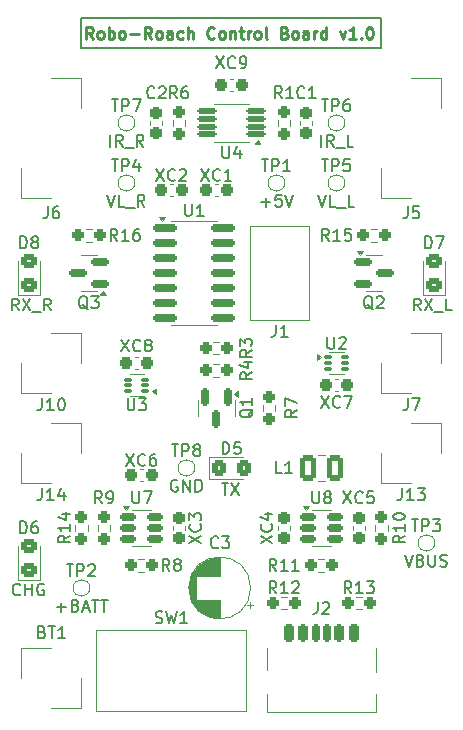
<source format=gto>
G04 #@! TF.GenerationSoftware,KiCad,Pcbnew,9.0.0*
G04 #@! TF.CreationDate,2025-03-07T15:22:54-06:00*
G04 #@! TF.ProjectId,robo-roach-v1.0,726f626f-2d72-46f6-9163-682d76312e30,rev?*
G04 #@! TF.SameCoordinates,Original*
G04 #@! TF.FileFunction,Legend,Top*
G04 #@! TF.FilePolarity,Positive*
%FSLAX46Y46*%
G04 Gerber Fmt 4.6, Leading zero omitted, Abs format (unit mm)*
G04 Created by KiCad (PCBNEW 9.0.0) date 2025-03-07 15:22:54*
%MOMM*%
%LPD*%
G01*
G04 APERTURE LIST*
G04 Aperture macros list*
%AMRoundRect*
0 Rectangle with rounded corners*
0 $1 Rounding radius*
0 $2 $3 $4 $5 $6 $7 $8 $9 X,Y pos of 4 corners*
0 Add a 4 corners polygon primitive as box body*
4,1,4,$2,$3,$4,$5,$6,$7,$8,$9,$2,$3,0*
0 Add four circle primitives for the rounded corners*
1,1,$1+$1,$2,$3*
1,1,$1+$1,$4,$5*
1,1,$1+$1,$6,$7*
1,1,$1+$1,$8,$9*
0 Add four rect primitives between the rounded corners*
20,1,$1+$1,$2,$3,$4,$5,0*
20,1,$1+$1,$4,$5,$6,$7,0*
20,1,$1+$1,$6,$7,$8,$9,0*
20,1,$1+$1,$8,$9,$2,$3,0*%
G04 Aperture macros list end*
%ADD10C,0.200000*%
%ADD11C,0.150000*%
%ADD12C,0.250000*%
%ADD13C,0.120000*%
%ADD14C,0.100000*%
%ADD15RoundRect,0.087500X-0.250000X-0.087500X0.250000X-0.087500X0.250000X0.087500X-0.250000X0.087500X0*%
%ADD16R,1.400000X1.400000*%
%ADD17C,1.400000*%
%ADD18C,1.000000*%
%ADD19RoundRect,0.237500X0.237500X-0.250000X0.237500X0.250000X-0.237500X0.250000X-0.237500X-0.250000X0*%
%ADD20RoundRect,0.237500X0.300000X0.237500X-0.300000X0.237500X-0.300000X-0.237500X0.300000X-0.237500X0*%
%ADD21RoundRect,0.237500X-0.300000X-0.237500X0.300000X-0.237500X0.300000X0.237500X-0.300000X0.237500X0*%
%ADD22RoundRect,0.237500X0.250000X0.237500X-0.250000X0.237500X-0.250000X-0.237500X0.250000X-0.237500X0*%
%ADD23RoundRect,0.175000X-0.175000X-0.625000X0.175000X-0.625000X0.175000X0.625000X-0.175000X0.625000X0*%
%ADD24RoundRect,0.200000X-0.200000X-0.600000X0.200000X-0.600000X0.200000X0.600000X-0.200000X0.600000X0*%
%ADD25RoundRect,0.225000X-0.225000X-0.575000X0.225000X-0.575000X0.225000X0.575000X-0.225000X0.575000X0*%
%ADD26O,1.000000X1.700000*%
%ADD27RoundRect,0.250001X0.462499X0.849999X-0.462499X0.849999X-0.462499X-0.849999X0.462499X-0.849999X0*%
%ADD28RoundRect,0.237500X-0.237500X0.250000X-0.237500X-0.250000X0.237500X-0.250000X0.237500X0.250000X0*%
%ADD29RoundRect,0.237500X-0.237500X0.300000X-0.237500X-0.300000X0.237500X-0.300000X0.237500X0.300000X0*%
%ADD30RoundRect,0.237500X0.237500X-0.300000X0.237500X0.300000X-0.237500X0.300000X-0.237500X-0.300000X0*%
%ADD31RoundRect,0.237500X-0.250000X-0.237500X0.250000X-0.237500X0.250000X0.237500X-0.250000X0.237500X0*%
%ADD32RoundRect,0.150000X-0.512500X-0.150000X0.512500X-0.150000X0.512500X0.150000X-0.512500X0.150000X0*%
%ADD33RoundRect,0.087500X0.250000X0.087500X-0.250000X0.087500X-0.250000X-0.087500X0.250000X-0.087500X0*%
%ADD34R,1.600000X1.600000*%
%ADD35C,1.600000*%
%ADD36RoundRect,0.250000X-0.325000X-0.450000X0.325000X-0.450000X0.325000X0.450000X-0.325000X0.450000X0*%
%ADD37RoundRect,0.125000X0.687500X0.125000X-0.687500X0.125000X-0.687500X-0.125000X0.687500X-0.125000X0*%
%ADD38RoundRect,0.150000X-0.825000X-0.150000X0.825000X-0.150000X0.825000X0.150000X-0.825000X0.150000X0*%
%ADD39RoundRect,0.250000X0.450000X-0.325000X0.450000X0.325000X-0.450000X0.325000X-0.450000X-0.325000X0*%
%ADD40C,3.800000*%
%ADD41C,1.700000*%
%ADD42RoundRect,0.150000X-0.150000X0.587500X-0.150000X-0.587500X0.150000X-0.587500X0.150000X0.587500X0*%
%ADD43RoundRect,0.150000X-0.587500X-0.150000X0.587500X-0.150000X0.587500X0.150000X-0.587500X0.150000X0*%
%ADD44RoundRect,0.150000X0.587500X0.150000X-0.587500X0.150000X-0.587500X-0.150000X0.587500X-0.150000X0*%
G04 APERTURE END LIST*
D10*
X133350000Y-77470000D02*
X158750000Y-77470000D01*
X158750000Y-80010000D01*
X133350000Y-80010000D01*
X133350000Y-77470000D01*
D11*
X162071207Y-102231819D02*
X161737874Y-101755628D01*
X161499779Y-102231819D02*
X161499779Y-101231819D01*
X161499779Y-101231819D02*
X161880731Y-101231819D01*
X161880731Y-101231819D02*
X161975969Y-101279438D01*
X161975969Y-101279438D02*
X162023588Y-101327057D01*
X162023588Y-101327057D02*
X162071207Y-101422295D01*
X162071207Y-101422295D02*
X162071207Y-101565152D01*
X162071207Y-101565152D02*
X162023588Y-101660390D01*
X162023588Y-101660390D02*
X161975969Y-101708009D01*
X161975969Y-101708009D02*
X161880731Y-101755628D01*
X161880731Y-101755628D02*
X161499779Y-101755628D01*
X162404541Y-101231819D02*
X163071207Y-102231819D01*
X163071207Y-101231819D02*
X162404541Y-102231819D01*
X163214065Y-102327057D02*
X163975969Y-102327057D01*
X164690255Y-102231819D02*
X164214065Y-102231819D01*
X164214065Y-102231819D02*
X164214065Y-101231819D01*
X128162207Y-126266580D02*
X128114588Y-126314200D01*
X128114588Y-126314200D02*
X127971731Y-126361819D01*
X127971731Y-126361819D02*
X127876493Y-126361819D01*
X127876493Y-126361819D02*
X127733636Y-126314200D01*
X127733636Y-126314200D02*
X127638398Y-126218961D01*
X127638398Y-126218961D02*
X127590779Y-126123723D01*
X127590779Y-126123723D02*
X127543160Y-125933247D01*
X127543160Y-125933247D02*
X127543160Y-125790390D01*
X127543160Y-125790390D02*
X127590779Y-125599914D01*
X127590779Y-125599914D02*
X127638398Y-125504676D01*
X127638398Y-125504676D02*
X127733636Y-125409438D01*
X127733636Y-125409438D02*
X127876493Y-125361819D01*
X127876493Y-125361819D02*
X127971731Y-125361819D01*
X127971731Y-125361819D02*
X128114588Y-125409438D01*
X128114588Y-125409438D02*
X128162207Y-125457057D01*
X128590779Y-126361819D02*
X128590779Y-125361819D01*
X128590779Y-125838009D02*
X129162207Y-125838009D01*
X129162207Y-126361819D02*
X129162207Y-125361819D01*
X130162207Y-125409438D02*
X130066969Y-125361819D01*
X130066969Y-125361819D02*
X129924112Y-125361819D01*
X129924112Y-125361819D02*
X129781255Y-125409438D01*
X129781255Y-125409438D02*
X129686017Y-125504676D01*
X129686017Y-125504676D02*
X129638398Y-125599914D01*
X129638398Y-125599914D02*
X129590779Y-125790390D01*
X129590779Y-125790390D02*
X129590779Y-125933247D01*
X129590779Y-125933247D02*
X129638398Y-126123723D01*
X129638398Y-126123723D02*
X129686017Y-126218961D01*
X129686017Y-126218961D02*
X129781255Y-126314200D01*
X129781255Y-126314200D02*
X129924112Y-126361819D01*
X129924112Y-126361819D02*
X130019350Y-126361819D01*
X130019350Y-126361819D02*
X130162207Y-126314200D01*
X130162207Y-126314200D02*
X130209826Y-126266580D01*
X130209826Y-126266580D02*
X130209826Y-125933247D01*
X130209826Y-125933247D02*
X130019350Y-125933247D01*
X128035207Y-102231819D02*
X127701874Y-101755628D01*
X127463779Y-102231819D02*
X127463779Y-101231819D01*
X127463779Y-101231819D02*
X127844731Y-101231819D01*
X127844731Y-101231819D02*
X127939969Y-101279438D01*
X127939969Y-101279438D02*
X127987588Y-101327057D01*
X127987588Y-101327057D02*
X128035207Y-101422295D01*
X128035207Y-101422295D02*
X128035207Y-101565152D01*
X128035207Y-101565152D02*
X127987588Y-101660390D01*
X127987588Y-101660390D02*
X127939969Y-101708009D01*
X127939969Y-101708009D02*
X127844731Y-101755628D01*
X127844731Y-101755628D02*
X127463779Y-101755628D01*
X128368541Y-101231819D02*
X129035207Y-102231819D01*
X129035207Y-101231819D02*
X128368541Y-102231819D01*
X129178065Y-102327057D02*
X129939969Y-102327057D01*
X130749493Y-102231819D02*
X130416160Y-101755628D01*
X130178065Y-102231819D02*
X130178065Y-101231819D01*
X130178065Y-101231819D02*
X130559017Y-101231819D01*
X130559017Y-101231819D02*
X130654255Y-101279438D01*
X130654255Y-101279438D02*
X130701874Y-101327057D01*
X130701874Y-101327057D02*
X130749493Y-101422295D01*
X130749493Y-101422295D02*
X130749493Y-101565152D01*
X130749493Y-101565152D02*
X130701874Y-101660390D01*
X130701874Y-101660390D02*
X130654255Y-101708009D01*
X130654255Y-101708009D02*
X130559017Y-101755628D01*
X130559017Y-101755628D02*
X130178065Y-101755628D01*
X145227922Y-116852819D02*
X145799350Y-116852819D01*
X145513636Y-117852819D02*
X145513636Y-116852819D01*
X146037446Y-116852819D02*
X146704112Y-117852819D01*
X146704112Y-116852819D02*
X146037446Y-117852819D01*
D12*
X134323996Y-79239619D02*
X133990663Y-78763428D01*
X133752568Y-79239619D02*
X133752568Y-78239619D01*
X133752568Y-78239619D02*
X134133520Y-78239619D01*
X134133520Y-78239619D02*
X134228758Y-78287238D01*
X134228758Y-78287238D02*
X134276377Y-78334857D01*
X134276377Y-78334857D02*
X134323996Y-78430095D01*
X134323996Y-78430095D02*
X134323996Y-78572952D01*
X134323996Y-78572952D02*
X134276377Y-78668190D01*
X134276377Y-78668190D02*
X134228758Y-78715809D01*
X134228758Y-78715809D02*
X134133520Y-78763428D01*
X134133520Y-78763428D02*
X133752568Y-78763428D01*
X134895425Y-79239619D02*
X134800187Y-79192000D01*
X134800187Y-79192000D02*
X134752568Y-79144380D01*
X134752568Y-79144380D02*
X134704949Y-79049142D01*
X134704949Y-79049142D02*
X134704949Y-78763428D01*
X134704949Y-78763428D02*
X134752568Y-78668190D01*
X134752568Y-78668190D02*
X134800187Y-78620571D01*
X134800187Y-78620571D02*
X134895425Y-78572952D01*
X134895425Y-78572952D02*
X135038282Y-78572952D01*
X135038282Y-78572952D02*
X135133520Y-78620571D01*
X135133520Y-78620571D02*
X135181139Y-78668190D01*
X135181139Y-78668190D02*
X135228758Y-78763428D01*
X135228758Y-78763428D02*
X135228758Y-79049142D01*
X135228758Y-79049142D02*
X135181139Y-79144380D01*
X135181139Y-79144380D02*
X135133520Y-79192000D01*
X135133520Y-79192000D02*
X135038282Y-79239619D01*
X135038282Y-79239619D02*
X134895425Y-79239619D01*
X135657330Y-79239619D02*
X135657330Y-78239619D01*
X135657330Y-78620571D02*
X135752568Y-78572952D01*
X135752568Y-78572952D02*
X135943044Y-78572952D01*
X135943044Y-78572952D02*
X136038282Y-78620571D01*
X136038282Y-78620571D02*
X136085901Y-78668190D01*
X136085901Y-78668190D02*
X136133520Y-78763428D01*
X136133520Y-78763428D02*
X136133520Y-79049142D01*
X136133520Y-79049142D02*
X136085901Y-79144380D01*
X136085901Y-79144380D02*
X136038282Y-79192000D01*
X136038282Y-79192000D02*
X135943044Y-79239619D01*
X135943044Y-79239619D02*
X135752568Y-79239619D01*
X135752568Y-79239619D02*
X135657330Y-79192000D01*
X136704949Y-79239619D02*
X136609711Y-79192000D01*
X136609711Y-79192000D02*
X136562092Y-79144380D01*
X136562092Y-79144380D02*
X136514473Y-79049142D01*
X136514473Y-79049142D02*
X136514473Y-78763428D01*
X136514473Y-78763428D02*
X136562092Y-78668190D01*
X136562092Y-78668190D02*
X136609711Y-78620571D01*
X136609711Y-78620571D02*
X136704949Y-78572952D01*
X136704949Y-78572952D02*
X136847806Y-78572952D01*
X136847806Y-78572952D02*
X136943044Y-78620571D01*
X136943044Y-78620571D02*
X136990663Y-78668190D01*
X136990663Y-78668190D02*
X137038282Y-78763428D01*
X137038282Y-78763428D02*
X137038282Y-79049142D01*
X137038282Y-79049142D02*
X136990663Y-79144380D01*
X136990663Y-79144380D02*
X136943044Y-79192000D01*
X136943044Y-79192000D02*
X136847806Y-79239619D01*
X136847806Y-79239619D02*
X136704949Y-79239619D01*
X137466854Y-78858666D02*
X138228759Y-78858666D01*
X139276377Y-79239619D02*
X138943044Y-78763428D01*
X138704949Y-79239619D02*
X138704949Y-78239619D01*
X138704949Y-78239619D02*
X139085901Y-78239619D01*
X139085901Y-78239619D02*
X139181139Y-78287238D01*
X139181139Y-78287238D02*
X139228758Y-78334857D01*
X139228758Y-78334857D02*
X139276377Y-78430095D01*
X139276377Y-78430095D02*
X139276377Y-78572952D01*
X139276377Y-78572952D02*
X139228758Y-78668190D01*
X139228758Y-78668190D02*
X139181139Y-78715809D01*
X139181139Y-78715809D02*
X139085901Y-78763428D01*
X139085901Y-78763428D02*
X138704949Y-78763428D01*
X139847806Y-79239619D02*
X139752568Y-79192000D01*
X139752568Y-79192000D02*
X139704949Y-79144380D01*
X139704949Y-79144380D02*
X139657330Y-79049142D01*
X139657330Y-79049142D02*
X139657330Y-78763428D01*
X139657330Y-78763428D02*
X139704949Y-78668190D01*
X139704949Y-78668190D02*
X139752568Y-78620571D01*
X139752568Y-78620571D02*
X139847806Y-78572952D01*
X139847806Y-78572952D02*
X139990663Y-78572952D01*
X139990663Y-78572952D02*
X140085901Y-78620571D01*
X140085901Y-78620571D02*
X140133520Y-78668190D01*
X140133520Y-78668190D02*
X140181139Y-78763428D01*
X140181139Y-78763428D02*
X140181139Y-79049142D01*
X140181139Y-79049142D02*
X140133520Y-79144380D01*
X140133520Y-79144380D02*
X140085901Y-79192000D01*
X140085901Y-79192000D02*
X139990663Y-79239619D01*
X139990663Y-79239619D02*
X139847806Y-79239619D01*
X141038282Y-79239619D02*
X141038282Y-78715809D01*
X141038282Y-78715809D02*
X140990663Y-78620571D01*
X140990663Y-78620571D02*
X140895425Y-78572952D01*
X140895425Y-78572952D02*
X140704949Y-78572952D01*
X140704949Y-78572952D02*
X140609711Y-78620571D01*
X141038282Y-79192000D02*
X140943044Y-79239619D01*
X140943044Y-79239619D02*
X140704949Y-79239619D01*
X140704949Y-79239619D02*
X140609711Y-79192000D01*
X140609711Y-79192000D02*
X140562092Y-79096761D01*
X140562092Y-79096761D02*
X140562092Y-79001523D01*
X140562092Y-79001523D02*
X140609711Y-78906285D01*
X140609711Y-78906285D02*
X140704949Y-78858666D01*
X140704949Y-78858666D02*
X140943044Y-78858666D01*
X140943044Y-78858666D02*
X141038282Y-78811047D01*
X141943044Y-79192000D02*
X141847806Y-79239619D01*
X141847806Y-79239619D02*
X141657330Y-79239619D01*
X141657330Y-79239619D02*
X141562092Y-79192000D01*
X141562092Y-79192000D02*
X141514473Y-79144380D01*
X141514473Y-79144380D02*
X141466854Y-79049142D01*
X141466854Y-79049142D02*
X141466854Y-78763428D01*
X141466854Y-78763428D02*
X141514473Y-78668190D01*
X141514473Y-78668190D02*
X141562092Y-78620571D01*
X141562092Y-78620571D02*
X141657330Y-78572952D01*
X141657330Y-78572952D02*
X141847806Y-78572952D01*
X141847806Y-78572952D02*
X141943044Y-78620571D01*
X142371616Y-79239619D02*
X142371616Y-78239619D01*
X142800187Y-79239619D02*
X142800187Y-78715809D01*
X142800187Y-78715809D02*
X142752568Y-78620571D01*
X142752568Y-78620571D02*
X142657330Y-78572952D01*
X142657330Y-78572952D02*
X142514473Y-78572952D01*
X142514473Y-78572952D02*
X142419235Y-78620571D01*
X142419235Y-78620571D02*
X142371616Y-78668190D01*
X144609711Y-79144380D02*
X144562092Y-79192000D01*
X144562092Y-79192000D02*
X144419235Y-79239619D01*
X144419235Y-79239619D02*
X144323997Y-79239619D01*
X144323997Y-79239619D02*
X144181140Y-79192000D01*
X144181140Y-79192000D02*
X144085902Y-79096761D01*
X144085902Y-79096761D02*
X144038283Y-79001523D01*
X144038283Y-79001523D02*
X143990664Y-78811047D01*
X143990664Y-78811047D02*
X143990664Y-78668190D01*
X143990664Y-78668190D02*
X144038283Y-78477714D01*
X144038283Y-78477714D02*
X144085902Y-78382476D01*
X144085902Y-78382476D02*
X144181140Y-78287238D01*
X144181140Y-78287238D02*
X144323997Y-78239619D01*
X144323997Y-78239619D02*
X144419235Y-78239619D01*
X144419235Y-78239619D02*
X144562092Y-78287238D01*
X144562092Y-78287238D02*
X144609711Y-78334857D01*
X145181140Y-79239619D02*
X145085902Y-79192000D01*
X145085902Y-79192000D02*
X145038283Y-79144380D01*
X145038283Y-79144380D02*
X144990664Y-79049142D01*
X144990664Y-79049142D02*
X144990664Y-78763428D01*
X144990664Y-78763428D02*
X145038283Y-78668190D01*
X145038283Y-78668190D02*
X145085902Y-78620571D01*
X145085902Y-78620571D02*
X145181140Y-78572952D01*
X145181140Y-78572952D02*
X145323997Y-78572952D01*
X145323997Y-78572952D02*
X145419235Y-78620571D01*
X145419235Y-78620571D02*
X145466854Y-78668190D01*
X145466854Y-78668190D02*
X145514473Y-78763428D01*
X145514473Y-78763428D02*
X145514473Y-79049142D01*
X145514473Y-79049142D02*
X145466854Y-79144380D01*
X145466854Y-79144380D02*
X145419235Y-79192000D01*
X145419235Y-79192000D02*
X145323997Y-79239619D01*
X145323997Y-79239619D02*
X145181140Y-79239619D01*
X145943045Y-78572952D02*
X145943045Y-79239619D01*
X145943045Y-78668190D02*
X145990664Y-78620571D01*
X145990664Y-78620571D02*
X146085902Y-78572952D01*
X146085902Y-78572952D02*
X146228759Y-78572952D01*
X146228759Y-78572952D02*
X146323997Y-78620571D01*
X146323997Y-78620571D02*
X146371616Y-78715809D01*
X146371616Y-78715809D02*
X146371616Y-79239619D01*
X146704950Y-78572952D02*
X147085902Y-78572952D01*
X146847807Y-78239619D02*
X146847807Y-79096761D01*
X146847807Y-79096761D02*
X146895426Y-79192000D01*
X146895426Y-79192000D02*
X146990664Y-79239619D01*
X146990664Y-79239619D02*
X147085902Y-79239619D01*
X147419236Y-79239619D02*
X147419236Y-78572952D01*
X147419236Y-78763428D02*
X147466855Y-78668190D01*
X147466855Y-78668190D02*
X147514474Y-78620571D01*
X147514474Y-78620571D02*
X147609712Y-78572952D01*
X147609712Y-78572952D02*
X147704950Y-78572952D01*
X148181141Y-79239619D02*
X148085903Y-79192000D01*
X148085903Y-79192000D02*
X148038284Y-79144380D01*
X148038284Y-79144380D02*
X147990665Y-79049142D01*
X147990665Y-79049142D02*
X147990665Y-78763428D01*
X147990665Y-78763428D02*
X148038284Y-78668190D01*
X148038284Y-78668190D02*
X148085903Y-78620571D01*
X148085903Y-78620571D02*
X148181141Y-78572952D01*
X148181141Y-78572952D02*
X148323998Y-78572952D01*
X148323998Y-78572952D02*
X148419236Y-78620571D01*
X148419236Y-78620571D02*
X148466855Y-78668190D01*
X148466855Y-78668190D02*
X148514474Y-78763428D01*
X148514474Y-78763428D02*
X148514474Y-79049142D01*
X148514474Y-79049142D02*
X148466855Y-79144380D01*
X148466855Y-79144380D02*
X148419236Y-79192000D01*
X148419236Y-79192000D02*
X148323998Y-79239619D01*
X148323998Y-79239619D02*
X148181141Y-79239619D01*
X149085903Y-79239619D02*
X148990665Y-79192000D01*
X148990665Y-79192000D02*
X148943046Y-79096761D01*
X148943046Y-79096761D02*
X148943046Y-78239619D01*
X150562094Y-78715809D02*
X150704951Y-78763428D01*
X150704951Y-78763428D02*
X150752570Y-78811047D01*
X150752570Y-78811047D02*
X150800189Y-78906285D01*
X150800189Y-78906285D02*
X150800189Y-79049142D01*
X150800189Y-79049142D02*
X150752570Y-79144380D01*
X150752570Y-79144380D02*
X150704951Y-79192000D01*
X150704951Y-79192000D02*
X150609713Y-79239619D01*
X150609713Y-79239619D02*
X150228761Y-79239619D01*
X150228761Y-79239619D02*
X150228761Y-78239619D01*
X150228761Y-78239619D02*
X150562094Y-78239619D01*
X150562094Y-78239619D02*
X150657332Y-78287238D01*
X150657332Y-78287238D02*
X150704951Y-78334857D01*
X150704951Y-78334857D02*
X150752570Y-78430095D01*
X150752570Y-78430095D02*
X150752570Y-78525333D01*
X150752570Y-78525333D02*
X150704951Y-78620571D01*
X150704951Y-78620571D02*
X150657332Y-78668190D01*
X150657332Y-78668190D02*
X150562094Y-78715809D01*
X150562094Y-78715809D02*
X150228761Y-78715809D01*
X151371618Y-79239619D02*
X151276380Y-79192000D01*
X151276380Y-79192000D02*
X151228761Y-79144380D01*
X151228761Y-79144380D02*
X151181142Y-79049142D01*
X151181142Y-79049142D02*
X151181142Y-78763428D01*
X151181142Y-78763428D02*
X151228761Y-78668190D01*
X151228761Y-78668190D02*
X151276380Y-78620571D01*
X151276380Y-78620571D02*
X151371618Y-78572952D01*
X151371618Y-78572952D02*
X151514475Y-78572952D01*
X151514475Y-78572952D02*
X151609713Y-78620571D01*
X151609713Y-78620571D02*
X151657332Y-78668190D01*
X151657332Y-78668190D02*
X151704951Y-78763428D01*
X151704951Y-78763428D02*
X151704951Y-79049142D01*
X151704951Y-79049142D02*
X151657332Y-79144380D01*
X151657332Y-79144380D02*
X151609713Y-79192000D01*
X151609713Y-79192000D02*
X151514475Y-79239619D01*
X151514475Y-79239619D02*
X151371618Y-79239619D01*
X152562094Y-79239619D02*
X152562094Y-78715809D01*
X152562094Y-78715809D02*
X152514475Y-78620571D01*
X152514475Y-78620571D02*
X152419237Y-78572952D01*
X152419237Y-78572952D02*
X152228761Y-78572952D01*
X152228761Y-78572952D02*
X152133523Y-78620571D01*
X152562094Y-79192000D02*
X152466856Y-79239619D01*
X152466856Y-79239619D02*
X152228761Y-79239619D01*
X152228761Y-79239619D02*
X152133523Y-79192000D01*
X152133523Y-79192000D02*
X152085904Y-79096761D01*
X152085904Y-79096761D02*
X152085904Y-79001523D01*
X152085904Y-79001523D02*
X152133523Y-78906285D01*
X152133523Y-78906285D02*
X152228761Y-78858666D01*
X152228761Y-78858666D02*
X152466856Y-78858666D01*
X152466856Y-78858666D02*
X152562094Y-78811047D01*
X153038285Y-79239619D02*
X153038285Y-78572952D01*
X153038285Y-78763428D02*
X153085904Y-78668190D01*
X153085904Y-78668190D02*
X153133523Y-78620571D01*
X153133523Y-78620571D02*
X153228761Y-78572952D01*
X153228761Y-78572952D02*
X153323999Y-78572952D01*
X154085904Y-79239619D02*
X154085904Y-78239619D01*
X154085904Y-79192000D02*
X153990666Y-79239619D01*
X153990666Y-79239619D02*
X153800190Y-79239619D01*
X153800190Y-79239619D02*
X153704952Y-79192000D01*
X153704952Y-79192000D02*
X153657333Y-79144380D01*
X153657333Y-79144380D02*
X153609714Y-79049142D01*
X153609714Y-79049142D02*
X153609714Y-78763428D01*
X153609714Y-78763428D02*
X153657333Y-78668190D01*
X153657333Y-78668190D02*
X153704952Y-78620571D01*
X153704952Y-78620571D02*
X153800190Y-78572952D01*
X153800190Y-78572952D02*
X153990666Y-78572952D01*
X153990666Y-78572952D02*
X154085904Y-78620571D01*
X155228762Y-78572952D02*
X155466857Y-79239619D01*
X155466857Y-79239619D02*
X155704952Y-78572952D01*
X156609714Y-79239619D02*
X156038286Y-79239619D01*
X156324000Y-79239619D02*
X156324000Y-78239619D01*
X156324000Y-78239619D02*
X156228762Y-78382476D01*
X156228762Y-78382476D02*
X156133524Y-78477714D01*
X156133524Y-78477714D02*
X156038286Y-78525333D01*
X157038286Y-79144380D02*
X157085905Y-79192000D01*
X157085905Y-79192000D02*
X157038286Y-79239619D01*
X157038286Y-79239619D02*
X156990667Y-79192000D01*
X156990667Y-79192000D02*
X157038286Y-79144380D01*
X157038286Y-79144380D02*
X157038286Y-79239619D01*
X157704952Y-78239619D02*
X157800190Y-78239619D01*
X157800190Y-78239619D02*
X157895428Y-78287238D01*
X157895428Y-78287238D02*
X157943047Y-78334857D01*
X157943047Y-78334857D02*
X157990666Y-78430095D01*
X157990666Y-78430095D02*
X158038285Y-78620571D01*
X158038285Y-78620571D02*
X158038285Y-78858666D01*
X158038285Y-78858666D02*
X157990666Y-79049142D01*
X157990666Y-79049142D02*
X157943047Y-79144380D01*
X157943047Y-79144380D02*
X157895428Y-79192000D01*
X157895428Y-79192000D02*
X157800190Y-79239619D01*
X157800190Y-79239619D02*
X157704952Y-79239619D01*
X157704952Y-79239619D02*
X157609714Y-79192000D01*
X157609714Y-79192000D02*
X157562095Y-79144380D01*
X157562095Y-79144380D02*
X157514476Y-79049142D01*
X157514476Y-79049142D02*
X157466857Y-78858666D01*
X157466857Y-78858666D02*
X157466857Y-78620571D01*
X157466857Y-78620571D02*
X157514476Y-78430095D01*
X157514476Y-78430095D02*
X157562095Y-78334857D01*
X157562095Y-78334857D02*
X157609714Y-78287238D01*
X157609714Y-78287238D02*
X157704952Y-78239619D01*
D11*
X154178095Y-104484819D02*
X154178095Y-105294342D01*
X154178095Y-105294342D02*
X154225714Y-105389580D01*
X154225714Y-105389580D02*
X154273333Y-105437200D01*
X154273333Y-105437200D02*
X154368571Y-105484819D01*
X154368571Y-105484819D02*
X154559047Y-105484819D01*
X154559047Y-105484819D02*
X154654285Y-105437200D01*
X154654285Y-105437200D02*
X154701904Y-105389580D01*
X154701904Y-105389580D02*
X154749523Y-105294342D01*
X154749523Y-105294342D02*
X154749523Y-104484819D01*
X155178095Y-104580057D02*
X155225714Y-104532438D01*
X155225714Y-104532438D02*
X155320952Y-104484819D01*
X155320952Y-104484819D02*
X155559047Y-104484819D01*
X155559047Y-104484819D02*
X155654285Y-104532438D01*
X155654285Y-104532438D02*
X155701904Y-104580057D01*
X155701904Y-104580057D02*
X155749523Y-104675295D01*
X155749523Y-104675295D02*
X155749523Y-104770533D01*
X155749523Y-104770533D02*
X155701904Y-104913390D01*
X155701904Y-104913390D02*
X155130476Y-105484819D01*
X155130476Y-105484819D02*
X155749523Y-105484819D01*
X130476666Y-93434819D02*
X130476666Y-94149104D01*
X130476666Y-94149104D02*
X130429047Y-94291961D01*
X130429047Y-94291961D02*
X130333809Y-94387200D01*
X130333809Y-94387200D02*
X130190952Y-94434819D01*
X130190952Y-94434819D02*
X130095714Y-94434819D01*
X131381428Y-93434819D02*
X131190952Y-93434819D01*
X131190952Y-93434819D02*
X131095714Y-93482438D01*
X131095714Y-93482438D02*
X131048095Y-93530057D01*
X131048095Y-93530057D02*
X130952857Y-93672914D01*
X130952857Y-93672914D02*
X130905238Y-93863390D01*
X130905238Y-93863390D02*
X130905238Y-94244342D01*
X130905238Y-94244342D02*
X130952857Y-94339580D01*
X130952857Y-94339580D02*
X131000476Y-94387200D01*
X131000476Y-94387200D02*
X131095714Y-94434819D01*
X131095714Y-94434819D02*
X131286190Y-94434819D01*
X131286190Y-94434819D02*
X131381428Y-94387200D01*
X131381428Y-94387200D02*
X131429047Y-94339580D01*
X131429047Y-94339580D02*
X131476666Y-94244342D01*
X131476666Y-94244342D02*
X131476666Y-94006247D01*
X131476666Y-94006247D02*
X131429047Y-93911009D01*
X131429047Y-93911009D02*
X131381428Y-93863390D01*
X131381428Y-93863390D02*
X131286190Y-93815771D01*
X131286190Y-93815771D02*
X131095714Y-93815771D01*
X131095714Y-93815771D02*
X131000476Y-93863390D01*
X131000476Y-93863390D02*
X130952857Y-93911009D01*
X130952857Y-93911009D02*
X130905238Y-94006247D01*
X153678095Y-84366819D02*
X154249523Y-84366819D01*
X153963809Y-85366819D02*
X153963809Y-84366819D01*
X154582857Y-85366819D02*
X154582857Y-84366819D01*
X154582857Y-84366819D02*
X154963809Y-84366819D01*
X154963809Y-84366819D02*
X155059047Y-84414438D01*
X155059047Y-84414438D02*
X155106666Y-84462057D01*
X155106666Y-84462057D02*
X155154285Y-84557295D01*
X155154285Y-84557295D02*
X155154285Y-84700152D01*
X155154285Y-84700152D02*
X155106666Y-84795390D01*
X155106666Y-84795390D02*
X155059047Y-84843009D01*
X155059047Y-84843009D02*
X154963809Y-84890628D01*
X154963809Y-84890628D02*
X154582857Y-84890628D01*
X156011428Y-84366819D02*
X155820952Y-84366819D01*
X155820952Y-84366819D02*
X155725714Y-84414438D01*
X155725714Y-84414438D02*
X155678095Y-84462057D01*
X155678095Y-84462057D02*
X155582857Y-84604914D01*
X155582857Y-84604914D02*
X155535238Y-84795390D01*
X155535238Y-84795390D02*
X155535238Y-85176342D01*
X155535238Y-85176342D02*
X155582857Y-85271580D01*
X155582857Y-85271580D02*
X155630476Y-85319200D01*
X155630476Y-85319200D02*
X155725714Y-85366819D01*
X155725714Y-85366819D02*
X155916190Y-85366819D01*
X155916190Y-85366819D02*
X156011428Y-85319200D01*
X156011428Y-85319200D02*
X156059047Y-85271580D01*
X156059047Y-85271580D02*
X156106666Y-85176342D01*
X156106666Y-85176342D02*
X156106666Y-84938247D01*
X156106666Y-84938247D02*
X156059047Y-84843009D01*
X156059047Y-84843009D02*
X156011428Y-84795390D01*
X156011428Y-84795390D02*
X155916190Y-84747771D01*
X155916190Y-84747771D02*
X155725714Y-84747771D01*
X155725714Y-84747771D02*
X155630476Y-84795390D01*
X155630476Y-84795390D02*
X155582857Y-84843009D01*
X155582857Y-84843009D02*
X155535238Y-84938247D01*
X153654286Y-88364819D02*
X153654286Y-87364819D01*
X154701904Y-88364819D02*
X154368571Y-87888628D01*
X154130476Y-88364819D02*
X154130476Y-87364819D01*
X154130476Y-87364819D02*
X154511428Y-87364819D01*
X154511428Y-87364819D02*
X154606666Y-87412438D01*
X154606666Y-87412438D02*
X154654285Y-87460057D01*
X154654285Y-87460057D02*
X154701904Y-87555295D01*
X154701904Y-87555295D02*
X154701904Y-87698152D01*
X154701904Y-87698152D02*
X154654285Y-87793390D01*
X154654285Y-87793390D02*
X154606666Y-87841009D01*
X154606666Y-87841009D02*
X154511428Y-87888628D01*
X154511428Y-87888628D02*
X154130476Y-87888628D01*
X154892381Y-88460057D02*
X155654285Y-88460057D01*
X156368571Y-88364819D02*
X155892381Y-88364819D01*
X155892381Y-88364819D02*
X155892381Y-87364819D01*
X130024285Y-129471009D02*
X130167142Y-129518628D01*
X130167142Y-129518628D02*
X130214761Y-129566247D01*
X130214761Y-129566247D02*
X130262380Y-129661485D01*
X130262380Y-129661485D02*
X130262380Y-129804342D01*
X130262380Y-129804342D02*
X130214761Y-129899580D01*
X130214761Y-129899580D02*
X130167142Y-129947200D01*
X130167142Y-129947200D02*
X130071904Y-129994819D01*
X130071904Y-129994819D02*
X129690952Y-129994819D01*
X129690952Y-129994819D02*
X129690952Y-128994819D01*
X129690952Y-128994819D02*
X130024285Y-128994819D01*
X130024285Y-128994819D02*
X130119523Y-129042438D01*
X130119523Y-129042438D02*
X130167142Y-129090057D01*
X130167142Y-129090057D02*
X130214761Y-129185295D01*
X130214761Y-129185295D02*
X130214761Y-129280533D01*
X130214761Y-129280533D02*
X130167142Y-129375771D01*
X130167142Y-129375771D02*
X130119523Y-129423390D01*
X130119523Y-129423390D02*
X130024285Y-129471009D01*
X130024285Y-129471009D02*
X129690952Y-129471009D01*
X130548095Y-128994819D02*
X131119523Y-128994819D01*
X130833809Y-129994819D02*
X130833809Y-128994819D01*
X131976666Y-129994819D02*
X131405238Y-129994819D01*
X131690952Y-129994819D02*
X131690952Y-128994819D01*
X131690952Y-128994819D02*
X131595714Y-129137676D01*
X131595714Y-129137676D02*
X131500476Y-129232914D01*
X131500476Y-129232914D02*
X131405238Y-129280533D01*
X135088333Y-118564819D02*
X134755000Y-118088628D01*
X134516905Y-118564819D02*
X134516905Y-117564819D01*
X134516905Y-117564819D02*
X134897857Y-117564819D01*
X134897857Y-117564819D02*
X134993095Y-117612438D01*
X134993095Y-117612438D02*
X135040714Y-117660057D01*
X135040714Y-117660057D02*
X135088333Y-117755295D01*
X135088333Y-117755295D02*
X135088333Y-117898152D01*
X135088333Y-117898152D02*
X135040714Y-117993390D01*
X135040714Y-117993390D02*
X134993095Y-118041009D01*
X134993095Y-118041009D02*
X134897857Y-118088628D01*
X134897857Y-118088628D02*
X134516905Y-118088628D01*
X135564524Y-118564819D02*
X135755000Y-118564819D01*
X135755000Y-118564819D02*
X135850238Y-118517200D01*
X135850238Y-118517200D02*
X135897857Y-118469580D01*
X135897857Y-118469580D02*
X135993095Y-118326723D01*
X135993095Y-118326723D02*
X136040714Y-118136247D01*
X136040714Y-118136247D02*
X136040714Y-117755295D01*
X136040714Y-117755295D02*
X135993095Y-117660057D01*
X135993095Y-117660057D02*
X135945476Y-117612438D01*
X135945476Y-117612438D02*
X135850238Y-117564819D01*
X135850238Y-117564819D02*
X135659762Y-117564819D01*
X135659762Y-117564819D02*
X135564524Y-117612438D01*
X135564524Y-117612438D02*
X135516905Y-117660057D01*
X135516905Y-117660057D02*
X135469286Y-117755295D01*
X135469286Y-117755295D02*
X135469286Y-117993390D01*
X135469286Y-117993390D02*
X135516905Y-118088628D01*
X135516905Y-118088628D02*
X135564524Y-118136247D01*
X135564524Y-118136247D02*
X135659762Y-118183866D01*
X135659762Y-118183866D02*
X135850238Y-118183866D01*
X135850238Y-118183866D02*
X135945476Y-118136247D01*
X135945476Y-118136247D02*
X135993095Y-118088628D01*
X135993095Y-118088628D02*
X136040714Y-117993390D01*
X153630476Y-109469819D02*
X154297142Y-110469819D01*
X154297142Y-109469819D02*
X153630476Y-110469819D01*
X155249523Y-110374580D02*
X155201904Y-110422200D01*
X155201904Y-110422200D02*
X155059047Y-110469819D01*
X155059047Y-110469819D02*
X154963809Y-110469819D01*
X154963809Y-110469819D02*
X154820952Y-110422200D01*
X154820952Y-110422200D02*
X154725714Y-110326961D01*
X154725714Y-110326961D02*
X154678095Y-110231723D01*
X154678095Y-110231723D02*
X154630476Y-110041247D01*
X154630476Y-110041247D02*
X154630476Y-109898390D01*
X154630476Y-109898390D02*
X154678095Y-109707914D01*
X154678095Y-109707914D02*
X154725714Y-109612676D01*
X154725714Y-109612676D02*
X154820952Y-109517438D01*
X154820952Y-109517438D02*
X154963809Y-109469819D01*
X154963809Y-109469819D02*
X155059047Y-109469819D01*
X155059047Y-109469819D02*
X155201904Y-109517438D01*
X155201904Y-109517438D02*
X155249523Y-109565057D01*
X155582857Y-109469819D02*
X156249523Y-109469819D01*
X156249523Y-109469819D02*
X155820952Y-110469819D01*
X137120476Y-114389819D02*
X137787142Y-115389819D01*
X137787142Y-114389819D02*
X137120476Y-115389819D01*
X138739523Y-115294580D02*
X138691904Y-115342200D01*
X138691904Y-115342200D02*
X138549047Y-115389819D01*
X138549047Y-115389819D02*
X138453809Y-115389819D01*
X138453809Y-115389819D02*
X138310952Y-115342200D01*
X138310952Y-115342200D02*
X138215714Y-115246961D01*
X138215714Y-115246961D02*
X138168095Y-115151723D01*
X138168095Y-115151723D02*
X138120476Y-114961247D01*
X138120476Y-114961247D02*
X138120476Y-114818390D01*
X138120476Y-114818390D02*
X138168095Y-114627914D01*
X138168095Y-114627914D02*
X138215714Y-114532676D01*
X138215714Y-114532676D02*
X138310952Y-114437438D01*
X138310952Y-114437438D02*
X138453809Y-114389819D01*
X138453809Y-114389819D02*
X138549047Y-114389819D01*
X138549047Y-114389819D02*
X138691904Y-114437438D01*
X138691904Y-114437438D02*
X138739523Y-114485057D01*
X139596666Y-114389819D02*
X139406190Y-114389819D01*
X139406190Y-114389819D02*
X139310952Y-114437438D01*
X139310952Y-114437438D02*
X139263333Y-114485057D01*
X139263333Y-114485057D02*
X139168095Y-114627914D01*
X139168095Y-114627914D02*
X139120476Y-114818390D01*
X139120476Y-114818390D02*
X139120476Y-115199342D01*
X139120476Y-115199342D02*
X139168095Y-115294580D01*
X139168095Y-115294580D02*
X139215714Y-115342200D01*
X139215714Y-115342200D02*
X139310952Y-115389819D01*
X139310952Y-115389819D02*
X139501428Y-115389819D01*
X139501428Y-115389819D02*
X139596666Y-115342200D01*
X139596666Y-115342200D02*
X139644285Y-115294580D01*
X139644285Y-115294580D02*
X139691904Y-115199342D01*
X139691904Y-115199342D02*
X139691904Y-114961247D01*
X139691904Y-114961247D02*
X139644285Y-114866009D01*
X139644285Y-114866009D02*
X139596666Y-114818390D01*
X139596666Y-114818390D02*
X139501428Y-114770771D01*
X139501428Y-114770771D02*
X139310952Y-114770771D01*
X139310952Y-114770771D02*
X139215714Y-114818390D01*
X139215714Y-114818390D02*
X139168095Y-114866009D01*
X139168095Y-114866009D02*
X139120476Y-114961247D01*
X140803333Y-124279819D02*
X140470000Y-123803628D01*
X140231905Y-124279819D02*
X140231905Y-123279819D01*
X140231905Y-123279819D02*
X140612857Y-123279819D01*
X140612857Y-123279819D02*
X140708095Y-123327438D01*
X140708095Y-123327438D02*
X140755714Y-123375057D01*
X140755714Y-123375057D02*
X140803333Y-123470295D01*
X140803333Y-123470295D02*
X140803333Y-123613152D01*
X140803333Y-123613152D02*
X140755714Y-123708390D01*
X140755714Y-123708390D02*
X140708095Y-123756009D01*
X140708095Y-123756009D02*
X140612857Y-123803628D01*
X140612857Y-123803628D02*
X140231905Y-123803628D01*
X141374762Y-123708390D02*
X141279524Y-123660771D01*
X141279524Y-123660771D02*
X141231905Y-123613152D01*
X141231905Y-123613152D02*
X141184286Y-123517914D01*
X141184286Y-123517914D02*
X141184286Y-123470295D01*
X141184286Y-123470295D02*
X141231905Y-123375057D01*
X141231905Y-123375057D02*
X141279524Y-123327438D01*
X141279524Y-123327438D02*
X141374762Y-123279819D01*
X141374762Y-123279819D02*
X141565238Y-123279819D01*
X141565238Y-123279819D02*
X141660476Y-123327438D01*
X141660476Y-123327438D02*
X141708095Y-123375057D01*
X141708095Y-123375057D02*
X141755714Y-123470295D01*
X141755714Y-123470295D02*
X141755714Y-123517914D01*
X141755714Y-123517914D02*
X141708095Y-123613152D01*
X141708095Y-123613152D02*
X141660476Y-123660771D01*
X141660476Y-123660771D02*
X141565238Y-123708390D01*
X141565238Y-123708390D02*
X141374762Y-123708390D01*
X141374762Y-123708390D02*
X141279524Y-123756009D01*
X141279524Y-123756009D02*
X141231905Y-123803628D01*
X141231905Y-123803628D02*
X141184286Y-123898866D01*
X141184286Y-123898866D02*
X141184286Y-124089342D01*
X141184286Y-124089342D02*
X141231905Y-124184580D01*
X141231905Y-124184580D02*
X141279524Y-124232200D01*
X141279524Y-124232200D02*
X141374762Y-124279819D01*
X141374762Y-124279819D02*
X141565238Y-124279819D01*
X141565238Y-124279819D02*
X141660476Y-124232200D01*
X141660476Y-124232200D02*
X141708095Y-124184580D01*
X141708095Y-124184580D02*
X141755714Y-124089342D01*
X141755714Y-124089342D02*
X141755714Y-123898866D01*
X141755714Y-123898866D02*
X141708095Y-123803628D01*
X141708095Y-123803628D02*
X141660476Y-123756009D01*
X141660476Y-123756009D02*
X141565238Y-123708390D01*
X136712976Y-104704819D02*
X137379642Y-105704819D01*
X137379642Y-104704819D02*
X136712976Y-105704819D01*
X138332023Y-105609580D02*
X138284404Y-105657200D01*
X138284404Y-105657200D02*
X138141547Y-105704819D01*
X138141547Y-105704819D02*
X138046309Y-105704819D01*
X138046309Y-105704819D02*
X137903452Y-105657200D01*
X137903452Y-105657200D02*
X137808214Y-105561961D01*
X137808214Y-105561961D02*
X137760595Y-105466723D01*
X137760595Y-105466723D02*
X137712976Y-105276247D01*
X137712976Y-105276247D02*
X137712976Y-105133390D01*
X137712976Y-105133390D02*
X137760595Y-104942914D01*
X137760595Y-104942914D02*
X137808214Y-104847676D01*
X137808214Y-104847676D02*
X137903452Y-104752438D01*
X137903452Y-104752438D02*
X138046309Y-104704819D01*
X138046309Y-104704819D02*
X138141547Y-104704819D01*
X138141547Y-104704819D02*
X138284404Y-104752438D01*
X138284404Y-104752438D02*
X138332023Y-104800057D01*
X138903452Y-105133390D02*
X138808214Y-105085771D01*
X138808214Y-105085771D02*
X138760595Y-105038152D01*
X138760595Y-105038152D02*
X138712976Y-104942914D01*
X138712976Y-104942914D02*
X138712976Y-104895295D01*
X138712976Y-104895295D02*
X138760595Y-104800057D01*
X138760595Y-104800057D02*
X138808214Y-104752438D01*
X138808214Y-104752438D02*
X138903452Y-104704819D01*
X138903452Y-104704819D02*
X139093928Y-104704819D01*
X139093928Y-104704819D02*
X139189166Y-104752438D01*
X139189166Y-104752438D02*
X139236785Y-104800057D01*
X139236785Y-104800057D02*
X139284404Y-104895295D01*
X139284404Y-104895295D02*
X139284404Y-104942914D01*
X139284404Y-104942914D02*
X139236785Y-105038152D01*
X139236785Y-105038152D02*
X139189166Y-105085771D01*
X139189166Y-105085771D02*
X139093928Y-105133390D01*
X139093928Y-105133390D02*
X138903452Y-105133390D01*
X138903452Y-105133390D02*
X138808214Y-105181009D01*
X138808214Y-105181009D02*
X138760595Y-105228628D01*
X138760595Y-105228628D02*
X138712976Y-105323866D01*
X138712976Y-105323866D02*
X138712976Y-105514342D01*
X138712976Y-105514342D02*
X138760595Y-105609580D01*
X138760595Y-105609580D02*
X138808214Y-105657200D01*
X138808214Y-105657200D02*
X138903452Y-105704819D01*
X138903452Y-105704819D02*
X139093928Y-105704819D01*
X139093928Y-105704819D02*
X139189166Y-105657200D01*
X139189166Y-105657200D02*
X139236785Y-105609580D01*
X139236785Y-105609580D02*
X139284404Y-105514342D01*
X139284404Y-105514342D02*
X139284404Y-105323866D01*
X139284404Y-105323866D02*
X139236785Y-105228628D01*
X139236785Y-105228628D02*
X139189166Y-105181009D01*
X139189166Y-105181009D02*
X139093928Y-105133390D01*
X153336666Y-126919819D02*
X153336666Y-127634104D01*
X153336666Y-127634104D02*
X153289047Y-127776961D01*
X153289047Y-127776961D02*
X153193809Y-127872200D01*
X153193809Y-127872200D02*
X153050952Y-127919819D01*
X153050952Y-127919819D02*
X152955714Y-127919819D01*
X153765238Y-127015057D02*
X153812857Y-126967438D01*
X153812857Y-126967438D02*
X153908095Y-126919819D01*
X153908095Y-126919819D02*
X154146190Y-126919819D01*
X154146190Y-126919819D02*
X154241428Y-126967438D01*
X154241428Y-126967438D02*
X154289047Y-127015057D01*
X154289047Y-127015057D02*
X154336666Y-127110295D01*
X154336666Y-127110295D02*
X154336666Y-127205533D01*
X154336666Y-127205533D02*
X154289047Y-127348390D01*
X154289047Y-127348390D02*
X153717619Y-127919819D01*
X153717619Y-127919819D02*
X154336666Y-127919819D01*
X130000476Y-117310819D02*
X130000476Y-118025104D01*
X130000476Y-118025104D02*
X129952857Y-118167961D01*
X129952857Y-118167961D02*
X129857619Y-118263200D01*
X129857619Y-118263200D02*
X129714762Y-118310819D01*
X129714762Y-118310819D02*
X129619524Y-118310819D01*
X131000476Y-118310819D02*
X130429048Y-118310819D01*
X130714762Y-118310819D02*
X130714762Y-117310819D01*
X130714762Y-117310819D02*
X130619524Y-117453676D01*
X130619524Y-117453676D02*
X130524286Y-117548914D01*
X130524286Y-117548914D02*
X130429048Y-117596533D01*
X131857619Y-117644152D02*
X131857619Y-118310819D01*
X131619524Y-117263200D02*
X131381429Y-117977485D01*
X131381429Y-117977485D02*
X132000476Y-117977485D01*
X150328333Y-116024819D02*
X149852143Y-116024819D01*
X149852143Y-116024819D02*
X149852143Y-115024819D01*
X151185476Y-116024819D02*
X150614048Y-116024819D01*
X150899762Y-116024819D02*
X150899762Y-115024819D01*
X150899762Y-115024819D02*
X150804524Y-115167676D01*
X150804524Y-115167676D02*
X150709286Y-115262914D01*
X150709286Y-115262914D02*
X150614048Y-115310533D01*
X149852142Y-124279819D02*
X149518809Y-123803628D01*
X149280714Y-124279819D02*
X149280714Y-123279819D01*
X149280714Y-123279819D02*
X149661666Y-123279819D01*
X149661666Y-123279819D02*
X149756904Y-123327438D01*
X149756904Y-123327438D02*
X149804523Y-123375057D01*
X149804523Y-123375057D02*
X149852142Y-123470295D01*
X149852142Y-123470295D02*
X149852142Y-123613152D01*
X149852142Y-123613152D02*
X149804523Y-123708390D01*
X149804523Y-123708390D02*
X149756904Y-123756009D01*
X149756904Y-123756009D02*
X149661666Y-123803628D01*
X149661666Y-123803628D02*
X149280714Y-123803628D01*
X150804523Y-124279819D02*
X150233095Y-124279819D01*
X150518809Y-124279819D02*
X150518809Y-123279819D01*
X150518809Y-123279819D02*
X150423571Y-123422676D01*
X150423571Y-123422676D02*
X150328333Y-123517914D01*
X150328333Y-123517914D02*
X150233095Y-123565533D01*
X151756904Y-124279819D02*
X151185476Y-124279819D01*
X151471190Y-124279819D02*
X151471190Y-123279819D01*
X151471190Y-123279819D02*
X151375952Y-123422676D01*
X151375952Y-123422676D02*
X151280714Y-123517914D01*
X151280714Y-123517914D02*
X151185476Y-123565533D01*
X141438333Y-84274819D02*
X141105000Y-83798628D01*
X140866905Y-84274819D02*
X140866905Y-83274819D01*
X140866905Y-83274819D02*
X141247857Y-83274819D01*
X141247857Y-83274819D02*
X141343095Y-83322438D01*
X141343095Y-83322438D02*
X141390714Y-83370057D01*
X141390714Y-83370057D02*
X141438333Y-83465295D01*
X141438333Y-83465295D02*
X141438333Y-83608152D01*
X141438333Y-83608152D02*
X141390714Y-83703390D01*
X141390714Y-83703390D02*
X141343095Y-83751009D01*
X141343095Y-83751009D02*
X141247857Y-83798628D01*
X141247857Y-83798628D02*
X140866905Y-83798628D01*
X142295476Y-83274819D02*
X142105000Y-83274819D01*
X142105000Y-83274819D02*
X142009762Y-83322438D01*
X142009762Y-83322438D02*
X141962143Y-83370057D01*
X141962143Y-83370057D02*
X141866905Y-83512914D01*
X141866905Y-83512914D02*
X141819286Y-83703390D01*
X141819286Y-83703390D02*
X141819286Y-84084342D01*
X141819286Y-84084342D02*
X141866905Y-84179580D01*
X141866905Y-84179580D02*
X141914524Y-84227200D01*
X141914524Y-84227200D02*
X142009762Y-84274819D01*
X142009762Y-84274819D02*
X142200238Y-84274819D01*
X142200238Y-84274819D02*
X142295476Y-84227200D01*
X142295476Y-84227200D02*
X142343095Y-84179580D01*
X142343095Y-84179580D02*
X142390714Y-84084342D01*
X142390714Y-84084342D02*
X142390714Y-83846247D01*
X142390714Y-83846247D02*
X142343095Y-83751009D01*
X142343095Y-83751009D02*
X142295476Y-83703390D01*
X142295476Y-83703390D02*
X142200238Y-83655771D01*
X142200238Y-83655771D02*
X142009762Y-83655771D01*
X142009762Y-83655771D02*
X141914524Y-83703390D01*
X141914524Y-83703390D02*
X141866905Y-83751009D01*
X141866905Y-83751009D02*
X141819286Y-83846247D01*
X156202142Y-126184819D02*
X155868809Y-125708628D01*
X155630714Y-126184819D02*
X155630714Y-125184819D01*
X155630714Y-125184819D02*
X156011666Y-125184819D01*
X156011666Y-125184819D02*
X156106904Y-125232438D01*
X156106904Y-125232438D02*
X156154523Y-125280057D01*
X156154523Y-125280057D02*
X156202142Y-125375295D01*
X156202142Y-125375295D02*
X156202142Y-125518152D01*
X156202142Y-125518152D02*
X156154523Y-125613390D01*
X156154523Y-125613390D02*
X156106904Y-125661009D01*
X156106904Y-125661009D02*
X156011666Y-125708628D01*
X156011666Y-125708628D02*
X155630714Y-125708628D01*
X157154523Y-126184819D02*
X156583095Y-126184819D01*
X156868809Y-126184819D02*
X156868809Y-125184819D01*
X156868809Y-125184819D02*
X156773571Y-125327676D01*
X156773571Y-125327676D02*
X156678333Y-125422914D01*
X156678333Y-125422914D02*
X156583095Y-125470533D01*
X157487857Y-125184819D02*
X158106904Y-125184819D01*
X158106904Y-125184819D02*
X157773571Y-125565771D01*
X157773571Y-125565771D02*
X157916428Y-125565771D01*
X157916428Y-125565771D02*
X158011666Y-125613390D01*
X158011666Y-125613390D02*
X158059285Y-125661009D01*
X158059285Y-125661009D02*
X158106904Y-125756247D01*
X158106904Y-125756247D02*
X158106904Y-125994342D01*
X158106904Y-125994342D02*
X158059285Y-126089580D01*
X158059285Y-126089580D02*
X158011666Y-126137200D01*
X158011666Y-126137200D02*
X157916428Y-126184819D01*
X157916428Y-126184819D02*
X157630714Y-126184819D01*
X157630714Y-126184819D02*
X157535476Y-126137200D01*
X157535476Y-126137200D02*
X157487857Y-126089580D01*
X135898095Y-89446819D02*
X136469523Y-89446819D01*
X136183809Y-90446819D02*
X136183809Y-89446819D01*
X136802857Y-90446819D02*
X136802857Y-89446819D01*
X136802857Y-89446819D02*
X137183809Y-89446819D01*
X137183809Y-89446819D02*
X137279047Y-89494438D01*
X137279047Y-89494438D02*
X137326666Y-89542057D01*
X137326666Y-89542057D02*
X137374285Y-89637295D01*
X137374285Y-89637295D02*
X137374285Y-89780152D01*
X137374285Y-89780152D02*
X137326666Y-89875390D01*
X137326666Y-89875390D02*
X137279047Y-89923009D01*
X137279047Y-89923009D02*
X137183809Y-89970628D01*
X137183809Y-89970628D02*
X136802857Y-89970628D01*
X138231428Y-89780152D02*
X138231428Y-90446819D01*
X137993333Y-89399200D02*
X137755238Y-90113485D01*
X137755238Y-90113485D02*
X138374285Y-90113485D01*
X135540952Y-92444819D02*
X135874285Y-93444819D01*
X135874285Y-93444819D02*
X136207618Y-92444819D01*
X137017142Y-93444819D02*
X136540952Y-93444819D01*
X136540952Y-93444819D02*
X136540952Y-92444819D01*
X137112381Y-93540057D02*
X137874285Y-93540057D01*
X138683809Y-93444819D02*
X138350476Y-92968628D01*
X138112381Y-93444819D02*
X138112381Y-92444819D01*
X138112381Y-92444819D02*
X138493333Y-92444819D01*
X138493333Y-92444819D02*
X138588571Y-92492438D01*
X138588571Y-92492438D02*
X138636190Y-92540057D01*
X138636190Y-92540057D02*
X138683809Y-92635295D01*
X138683809Y-92635295D02*
X138683809Y-92778152D01*
X138683809Y-92778152D02*
X138636190Y-92873390D01*
X138636190Y-92873390D02*
X138588571Y-92921009D01*
X138588571Y-92921009D02*
X138493333Y-92968628D01*
X138493333Y-92968628D02*
X138112381Y-92968628D01*
X142489819Y-121959523D02*
X143489819Y-121292857D01*
X142489819Y-121292857D02*
X143489819Y-121959523D01*
X143394580Y-120340476D02*
X143442200Y-120388095D01*
X143442200Y-120388095D02*
X143489819Y-120530952D01*
X143489819Y-120530952D02*
X143489819Y-120626190D01*
X143489819Y-120626190D02*
X143442200Y-120769047D01*
X143442200Y-120769047D02*
X143346961Y-120864285D01*
X143346961Y-120864285D02*
X143251723Y-120911904D01*
X143251723Y-120911904D02*
X143061247Y-120959523D01*
X143061247Y-120959523D02*
X142918390Y-120959523D01*
X142918390Y-120959523D02*
X142727914Y-120911904D01*
X142727914Y-120911904D02*
X142632676Y-120864285D01*
X142632676Y-120864285D02*
X142537438Y-120769047D01*
X142537438Y-120769047D02*
X142489819Y-120626190D01*
X142489819Y-120626190D02*
X142489819Y-120530952D01*
X142489819Y-120530952D02*
X142537438Y-120388095D01*
X142537438Y-120388095D02*
X142585057Y-120340476D01*
X142489819Y-120007142D02*
X142489819Y-119388095D01*
X142489819Y-119388095D02*
X142870771Y-119721428D01*
X142870771Y-119721428D02*
X142870771Y-119578571D01*
X142870771Y-119578571D02*
X142918390Y-119483333D01*
X142918390Y-119483333D02*
X142966009Y-119435714D01*
X142966009Y-119435714D02*
X143061247Y-119388095D01*
X143061247Y-119388095D02*
X143299342Y-119388095D01*
X143299342Y-119388095D02*
X143394580Y-119435714D01*
X143394580Y-119435714D02*
X143442200Y-119483333D01*
X143442200Y-119483333D02*
X143489819Y-119578571D01*
X143489819Y-119578571D02*
X143489819Y-119864285D01*
X143489819Y-119864285D02*
X143442200Y-119959523D01*
X143442200Y-119959523D02*
X143394580Y-120007142D01*
X148519819Y-121959523D02*
X149519819Y-121292857D01*
X148519819Y-121292857D02*
X149519819Y-121959523D01*
X149424580Y-120340476D02*
X149472200Y-120388095D01*
X149472200Y-120388095D02*
X149519819Y-120530952D01*
X149519819Y-120530952D02*
X149519819Y-120626190D01*
X149519819Y-120626190D02*
X149472200Y-120769047D01*
X149472200Y-120769047D02*
X149376961Y-120864285D01*
X149376961Y-120864285D02*
X149281723Y-120911904D01*
X149281723Y-120911904D02*
X149091247Y-120959523D01*
X149091247Y-120959523D02*
X148948390Y-120959523D01*
X148948390Y-120959523D02*
X148757914Y-120911904D01*
X148757914Y-120911904D02*
X148662676Y-120864285D01*
X148662676Y-120864285D02*
X148567438Y-120769047D01*
X148567438Y-120769047D02*
X148519819Y-120626190D01*
X148519819Y-120626190D02*
X148519819Y-120530952D01*
X148519819Y-120530952D02*
X148567438Y-120388095D01*
X148567438Y-120388095D02*
X148615057Y-120340476D01*
X148853152Y-119483333D02*
X149519819Y-119483333D01*
X148472200Y-119721428D02*
X149186485Y-119959523D01*
X149186485Y-119959523D02*
X149186485Y-119340476D01*
X160956666Y-93434819D02*
X160956666Y-94149104D01*
X160956666Y-94149104D02*
X160909047Y-94291961D01*
X160909047Y-94291961D02*
X160813809Y-94387200D01*
X160813809Y-94387200D02*
X160670952Y-94434819D01*
X160670952Y-94434819D02*
X160575714Y-94434819D01*
X161909047Y-93434819D02*
X161432857Y-93434819D01*
X161432857Y-93434819D02*
X161385238Y-93911009D01*
X161385238Y-93911009D02*
X161432857Y-93863390D01*
X161432857Y-93863390D02*
X161528095Y-93815771D01*
X161528095Y-93815771D02*
X161766190Y-93815771D01*
X161766190Y-93815771D02*
X161861428Y-93863390D01*
X161861428Y-93863390D02*
X161909047Y-93911009D01*
X161909047Y-93911009D02*
X161956666Y-94006247D01*
X161956666Y-94006247D02*
X161956666Y-94244342D01*
X161956666Y-94244342D02*
X161909047Y-94339580D01*
X161909047Y-94339580D02*
X161861428Y-94387200D01*
X161861428Y-94387200D02*
X161766190Y-94434819D01*
X161766190Y-94434819D02*
X161528095Y-94434819D01*
X161528095Y-94434819D02*
X161432857Y-94387200D01*
X161432857Y-94387200D02*
X161385238Y-94339580D01*
X132374819Y-121292857D02*
X131898628Y-121626190D01*
X132374819Y-121864285D02*
X131374819Y-121864285D01*
X131374819Y-121864285D02*
X131374819Y-121483333D01*
X131374819Y-121483333D02*
X131422438Y-121388095D01*
X131422438Y-121388095D02*
X131470057Y-121340476D01*
X131470057Y-121340476D02*
X131565295Y-121292857D01*
X131565295Y-121292857D02*
X131708152Y-121292857D01*
X131708152Y-121292857D02*
X131803390Y-121340476D01*
X131803390Y-121340476D02*
X131851009Y-121388095D01*
X131851009Y-121388095D02*
X131898628Y-121483333D01*
X131898628Y-121483333D02*
X131898628Y-121864285D01*
X132374819Y-120340476D02*
X132374819Y-120911904D01*
X132374819Y-120626190D02*
X131374819Y-120626190D01*
X131374819Y-120626190D02*
X131517676Y-120721428D01*
X131517676Y-120721428D02*
X131612914Y-120816666D01*
X131612914Y-120816666D02*
X131660533Y-120911904D01*
X131708152Y-119483333D02*
X132374819Y-119483333D01*
X131327200Y-119721428D02*
X132041485Y-119959523D01*
X132041485Y-119959523D02*
X132041485Y-119340476D01*
X147774819Y-105576666D02*
X147298628Y-105909999D01*
X147774819Y-106148094D02*
X146774819Y-106148094D01*
X146774819Y-106148094D02*
X146774819Y-105767142D01*
X146774819Y-105767142D02*
X146822438Y-105671904D01*
X146822438Y-105671904D02*
X146870057Y-105624285D01*
X146870057Y-105624285D02*
X146965295Y-105576666D01*
X146965295Y-105576666D02*
X147108152Y-105576666D01*
X147108152Y-105576666D02*
X147203390Y-105624285D01*
X147203390Y-105624285D02*
X147251009Y-105671904D01*
X147251009Y-105671904D02*
X147298628Y-105767142D01*
X147298628Y-105767142D02*
X147298628Y-106148094D01*
X146774819Y-105243332D02*
X146774819Y-104624285D01*
X146774819Y-104624285D02*
X147155771Y-104957618D01*
X147155771Y-104957618D02*
X147155771Y-104814761D01*
X147155771Y-104814761D02*
X147203390Y-104719523D01*
X147203390Y-104719523D02*
X147251009Y-104671904D01*
X147251009Y-104671904D02*
X147346247Y-104624285D01*
X147346247Y-104624285D02*
X147584342Y-104624285D01*
X147584342Y-104624285D02*
X147679580Y-104671904D01*
X147679580Y-104671904D02*
X147727200Y-104719523D01*
X147727200Y-104719523D02*
X147774819Y-104814761D01*
X147774819Y-104814761D02*
X147774819Y-105100475D01*
X147774819Y-105100475D02*
X147727200Y-105195713D01*
X147727200Y-105195713D02*
X147679580Y-105243332D01*
X152908095Y-117564819D02*
X152908095Y-118374342D01*
X152908095Y-118374342D02*
X152955714Y-118469580D01*
X152955714Y-118469580D02*
X153003333Y-118517200D01*
X153003333Y-118517200D02*
X153098571Y-118564819D01*
X153098571Y-118564819D02*
X153289047Y-118564819D01*
X153289047Y-118564819D02*
X153384285Y-118517200D01*
X153384285Y-118517200D02*
X153431904Y-118469580D01*
X153431904Y-118469580D02*
X153479523Y-118374342D01*
X153479523Y-118374342D02*
X153479523Y-117564819D01*
X154098571Y-117993390D02*
X154003333Y-117945771D01*
X154003333Y-117945771D02*
X153955714Y-117898152D01*
X153955714Y-117898152D02*
X153908095Y-117802914D01*
X153908095Y-117802914D02*
X153908095Y-117755295D01*
X153908095Y-117755295D02*
X153955714Y-117660057D01*
X153955714Y-117660057D02*
X154003333Y-117612438D01*
X154003333Y-117612438D02*
X154098571Y-117564819D01*
X154098571Y-117564819D02*
X154289047Y-117564819D01*
X154289047Y-117564819D02*
X154384285Y-117612438D01*
X154384285Y-117612438D02*
X154431904Y-117660057D01*
X154431904Y-117660057D02*
X154479523Y-117755295D01*
X154479523Y-117755295D02*
X154479523Y-117802914D01*
X154479523Y-117802914D02*
X154431904Y-117898152D01*
X154431904Y-117898152D02*
X154384285Y-117945771D01*
X154384285Y-117945771D02*
X154289047Y-117993390D01*
X154289047Y-117993390D02*
X154098571Y-117993390D01*
X154098571Y-117993390D02*
X154003333Y-118041009D01*
X154003333Y-118041009D02*
X153955714Y-118088628D01*
X153955714Y-118088628D02*
X153908095Y-118183866D01*
X153908095Y-118183866D02*
X153908095Y-118374342D01*
X153908095Y-118374342D02*
X153955714Y-118469580D01*
X153955714Y-118469580D02*
X154003333Y-118517200D01*
X154003333Y-118517200D02*
X154098571Y-118564819D01*
X154098571Y-118564819D02*
X154289047Y-118564819D01*
X154289047Y-118564819D02*
X154384285Y-118517200D01*
X154384285Y-118517200D02*
X154431904Y-118469580D01*
X154431904Y-118469580D02*
X154479523Y-118374342D01*
X154479523Y-118374342D02*
X154479523Y-118183866D01*
X154479523Y-118183866D02*
X154431904Y-118088628D01*
X154431904Y-118088628D02*
X154384285Y-118041009D01*
X154384285Y-118041009D02*
X154289047Y-117993390D01*
X139660476Y-90259819D02*
X140327142Y-91259819D01*
X140327142Y-90259819D02*
X139660476Y-91259819D01*
X141279523Y-91164580D02*
X141231904Y-91212200D01*
X141231904Y-91212200D02*
X141089047Y-91259819D01*
X141089047Y-91259819D02*
X140993809Y-91259819D01*
X140993809Y-91259819D02*
X140850952Y-91212200D01*
X140850952Y-91212200D02*
X140755714Y-91116961D01*
X140755714Y-91116961D02*
X140708095Y-91021723D01*
X140708095Y-91021723D02*
X140660476Y-90831247D01*
X140660476Y-90831247D02*
X140660476Y-90688390D01*
X140660476Y-90688390D02*
X140708095Y-90497914D01*
X140708095Y-90497914D02*
X140755714Y-90402676D01*
X140755714Y-90402676D02*
X140850952Y-90307438D01*
X140850952Y-90307438D02*
X140993809Y-90259819D01*
X140993809Y-90259819D02*
X141089047Y-90259819D01*
X141089047Y-90259819D02*
X141231904Y-90307438D01*
X141231904Y-90307438D02*
X141279523Y-90355057D01*
X141660476Y-90355057D02*
X141708095Y-90307438D01*
X141708095Y-90307438D02*
X141803333Y-90259819D01*
X141803333Y-90259819D02*
X142041428Y-90259819D01*
X142041428Y-90259819D02*
X142136666Y-90307438D01*
X142136666Y-90307438D02*
X142184285Y-90355057D01*
X142184285Y-90355057D02*
X142231904Y-90450295D01*
X142231904Y-90450295D02*
X142231904Y-90545533D01*
X142231904Y-90545533D02*
X142184285Y-90688390D01*
X142184285Y-90688390D02*
X141612857Y-91259819D01*
X141612857Y-91259819D02*
X142231904Y-91259819D01*
X137260595Y-109689819D02*
X137260595Y-110499342D01*
X137260595Y-110499342D02*
X137308214Y-110594580D01*
X137308214Y-110594580D02*
X137355833Y-110642200D01*
X137355833Y-110642200D02*
X137451071Y-110689819D01*
X137451071Y-110689819D02*
X137641547Y-110689819D01*
X137641547Y-110689819D02*
X137736785Y-110642200D01*
X137736785Y-110642200D02*
X137784404Y-110594580D01*
X137784404Y-110594580D02*
X137832023Y-110499342D01*
X137832023Y-110499342D02*
X137832023Y-109689819D01*
X138212976Y-109689819D02*
X138832023Y-109689819D01*
X138832023Y-109689819D02*
X138498690Y-110070771D01*
X138498690Y-110070771D02*
X138641547Y-110070771D01*
X138641547Y-110070771D02*
X138736785Y-110118390D01*
X138736785Y-110118390D02*
X138784404Y-110166009D01*
X138784404Y-110166009D02*
X138832023Y-110261247D01*
X138832023Y-110261247D02*
X138832023Y-110499342D01*
X138832023Y-110499342D02*
X138784404Y-110594580D01*
X138784404Y-110594580D02*
X138736785Y-110642200D01*
X138736785Y-110642200D02*
X138641547Y-110689819D01*
X138641547Y-110689819D02*
X138355833Y-110689819D01*
X138355833Y-110689819D02*
X138260595Y-110642200D01*
X138260595Y-110642200D02*
X138212976Y-110594580D01*
X150328333Y-84274819D02*
X149995000Y-83798628D01*
X149756905Y-84274819D02*
X149756905Y-83274819D01*
X149756905Y-83274819D02*
X150137857Y-83274819D01*
X150137857Y-83274819D02*
X150233095Y-83322438D01*
X150233095Y-83322438D02*
X150280714Y-83370057D01*
X150280714Y-83370057D02*
X150328333Y-83465295D01*
X150328333Y-83465295D02*
X150328333Y-83608152D01*
X150328333Y-83608152D02*
X150280714Y-83703390D01*
X150280714Y-83703390D02*
X150233095Y-83751009D01*
X150233095Y-83751009D02*
X150137857Y-83798628D01*
X150137857Y-83798628D02*
X149756905Y-83798628D01*
X151280714Y-84274819D02*
X150709286Y-84274819D01*
X150995000Y-84274819D02*
X150995000Y-83274819D01*
X150995000Y-83274819D02*
X150899762Y-83417676D01*
X150899762Y-83417676D02*
X150804524Y-83512914D01*
X150804524Y-83512914D02*
X150709286Y-83560533D01*
X161298095Y-119926819D02*
X161869523Y-119926819D01*
X161583809Y-120926819D02*
X161583809Y-119926819D01*
X162202857Y-120926819D02*
X162202857Y-119926819D01*
X162202857Y-119926819D02*
X162583809Y-119926819D01*
X162583809Y-119926819D02*
X162679047Y-119974438D01*
X162679047Y-119974438D02*
X162726666Y-120022057D01*
X162726666Y-120022057D02*
X162774285Y-120117295D01*
X162774285Y-120117295D02*
X162774285Y-120260152D01*
X162774285Y-120260152D02*
X162726666Y-120355390D01*
X162726666Y-120355390D02*
X162679047Y-120403009D01*
X162679047Y-120403009D02*
X162583809Y-120450628D01*
X162583809Y-120450628D02*
X162202857Y-120450628D01*
X163107619Y-119926819D02*
X163726666Y-119926819D01*
X163726666Y-119926819D02*
X163393333Y-120307771D01*
X163393333Y-120307771D02*
X163536190Y-120307771D01*
X163536190Y-120307771D02*
X163631428Y-120355390D01*
X163631428Y-120355390D02*
X163679047Y-120403009D01*
X163679047Y-120403009D02*
X163726666Y-120498247D01*
X163726666Y-120498247D02*
X163726666Y-120736342D01*
X163726666Y-120736342D02*
X163679047Y-120831580D01*
X163679047Y-120831580D02*
X163631428Y-120879200D01*
X163631428Y-120879200D02*
X163536190Y-120926819D01*
X163536190Y-120926819D02*
X163250476Y-120926819D01*
X163250476Y-120926819D02*
X163155238Y-120879200D01*
X163155238Y-120879200D02*
X163107619Y-120831580D01*
X160726667Y-122924819D02*
X161060000Y-123924819D01*
X161060000Y-123924819D02*
X161393333Y-122924819D01*
X162060000Y-123401009D02*
X162202857Y-123448628D01*
X162202857Y-123448628D02*
X162250476Y-123496247D01*
X162250476Y-123496247D02*
X162298095Y-123591485D01*
X162298095Y-123591485D02*
X162298095Y-123734342D01*
X162298095Y-123734342D02*
X162250476Y-123829580D01*
X162250476Y-123829580D02*
X162202857Y-123877200D01*
X162202857Y-123877200D02*
X162107619Y-123924819D01*
X162107619Y-123924819D02*
X161726667Y-123924819D01*
X161726667Y-123924819D02*
X161726667Y-122924819D01*
X161726667Y-122924819D02*
X162060000Y-122924819D01*
X162060000Y-122924819D02*
X162155238Y-122972438D01*
X162155238Y-122972438D02*
X162202857Y-123020057D01*
X162202857Y-123020057D02*
X162250476Y-123115295D01*
X162250476Y-123115295D02*
X162250476Y-123210533D01*
X162250476Y-123210533D02*
X162202857Y-123305771D01*
X162202857Y-123305771D02*
X162155238Y-123353390D01*
X162155238Y-123353390D02*
X162060000Y-123401009D01*
X162060000Y-123401009D02*
X161726667Y-123401009D01*
X162726667Y-122924819D02*
X162726667Y-123734342D01*
X162726667Y-123734342D02*
X162774286Y-123829580D01*
X162774286Y-123829580D02*
X162821905Y-123877200D01*
X162821905Y-123877200D02*
X162917143Y-123924819D01*
X162917143Y-123924819D02*
X163107619Y-123924819D01*
X163107619Y-123924819D02*
X163202857Y-123877200D01*
X163202857Y-123877200D02*
X163250476Y-123829580D01*
X163250476Y-123829580D02*
X163298095Y-123734342D01*
X163298095Y-123734342D02*
X163298095Y-122924819D01*
X163726667Y-123877200D02*
X163869524Y-123924819D01*
X163869524Y-123924819D02*
X164107619Y-123924819D01*
X164107619Y-123924819D02*
X164202857Y-123877200D01*
X164202857Y-123877200D02*
X164250476Y-123829580D01*
X164250476Y-123829580D02*
X164298095Y-123734342D01*
X164298095Y-123734342D02*
X164298095Y-123639104D01*
X164298095Y-123639104D02*
X164250476Y-123543866D01*
X164250476Y-123543866D02*
X164202857Y-123496247D01*
X164202857Y-123496247D02*
X164107619Y-123448628D01*
X164107619Y-123448628D02*
X163917143Y-123401009D01*
X163917143Y-123401009D02*
X163821905Y-123353390D01*
X163821905Y-123353390D02*
X163774286Y-123305771D01*
X163774286Y-123305771D02*
X163726667Y-123210533D01*
X163726667Y-123210533D02*
X163726667Y-123115295D01*
X163726667Y-123115295D02*
X163774286Y-123020057D01*
X163774286Y-123020057D02*
X163821905Y-122972438D01*
X163821905Y-122972438D02*
X163917143Y-122924819D01*
X163917143Y-122924819D02*
X164155238Y-122924819D01*
X164155238Y-122924819D02*
X164298095Y-122972438D01*
X152233333Y-84179580D02*
X152185714Y-84227200D01*
X152185714Y-84227200D02*
X152042857Y-84274819D01*
X152042857Y-84274819D02*
X151947619Y-84274819D01*
X151947619Y-84274819D02*
X151804762Y-84227200D01*
X151804762Y-84227200D02*
X151709524Y-84131961D01*
X151709524Y-84131961D02*
X151661905Y-84036723D01*
X151661905Y-84036723D02*
X151614286Y-83846247D01*
X151614286Y-83846247D02*
X151614286Y-83703390D01*
X151614286Y-83703390D02*
X151661905Y-83512914D01*
X151661905Y-83512914D02*
X151709524Y-83417676D01*
X151709524Y-83417676D02*
X151804762Y-83322438D01*
X151804762Y-83322438D02*
X151947619Y-83274819D01*
X151947619Y-83274819D02*
X152042857Y-83274819D01*
X152042857Y-83274819D02*
X152185714Y-83322438D01*
X152185714Y-83322438D02*
X152233333Y-83370057D01*
X153185714Y-84274819D02*
X152614286Y-84274819D01*
X152900000Y-84274819D02*
X152900000Y-83274819D01*
X152900000Y-83274819D02*
X152804762Y-83417676D01*
X152804762Y-83417676D02*
X152709524Y-83512914D01*
X152709524Y-83512914D02*
X152614286Y-83560533D01*
X144928220Y-122279580D02*
X144880601Y-122327200D01*
X144880601Y-122327200D02*
X144737744Y-122374819D01*
X144737744Y-122374819D02*
X144642506Y-122374819D01*
X144642506Y-122374819D02*
X144499649Y-122327200D01*
X144499649Y-122327200D02*
X144404411Y-122231961D01*
X144404411Y-122231961D02*
X144356792Y-122136723D01*
X144356792Y-122136723D02*
X144309173Y-121946247D01*
X144309173Y-121946247D02*
X144309173Y-121803390D01*
X144309173Y-121803390D02*
X144356792Y-121612914D01*
X144356792Y-121612914D02*
X144404411Y-121517676D01*
X144404411Y-121517676D02*
X144499649Y-121422438D01*
X144499649Y-121422438D02*
X144642506Y-121374819D01*
X144642506Y-121374819D02*
X144737744Y-121374819D01*
X144737744Y-121374819D02*
X144880601Y-121422438D01*
X144880601Y-121422438D02*
X144928220Y-121470057D01*
X145261554Y-121374819D02*
X145880601Y-121374819D01*
X145880601Y-121374819D02*
X145547268Y-121755771D01*
X145547268Y-121755771D02*
X145690125Y-121755771D01*
X145690125Y-121755771D02*
X145785363Y-121803390D01*
X145785363Y-121803390D02*
X145832982Y-121851009D01*
X145832982Y-121851009D02*
X145880601Y-121946247D01*
X145880601Y-121946247D02*
X145880601Y-122184342D01*
X145880601Y-122184342D02*
X145832982Y-122279580D01*
X145832982Y-122279580D02*
X145785363Y-122327200D01*
X145785363Y-122327200D02*
X145690125Y-122374819D01*
X145690125Y-122374819D02*
X145404411Y-122374819D01*
X145404411Y-122374819D02*
X145309173Y-122327200D01*
X145309173Y-122327200D02*
X145261554Y-122279580D01*
X143470476Y-90259819D02*
X144137142Y-91259819D01*
X144137142Y-90259819D02*
X143470476Y-91259819D01*
X145089523Y-91164580D02*
X145041904Y-91212200D01*
X145041904Y-91212200D02*
X144899047Y-91259819D01*
X144899047Y-91259819D02*
X144803809Y-91259819D01*
X144803809Y-91259819D02*
X144660952Y-91212200D01*
X144660952Y-91212200D02*
X144565714Y-91116961D01*
X144565714Y-91116961D02*
X144518095Y-91021723D01*
X144518095Y-91021723D02*
X144470476Y-90831247D01*
X144470476Y-90831247D02*
X144470476Y-90688390D01*
X144470476Y-90688390D02*
X144518095Y-90497914D01*
X144518095Y-90497914D02*
X144565714Y-90402676D01*
X144565714Y-90402676D02*
X144660952Y-90307438D01*
X144660952Y-90307438D02*
X144803809Y-90259819D01*
X144803809Y-90259819D02*
X144899047Y-90259819D01*
X144899047Y-90259819D02*
X145041904Y-90307438D01*
X145041904Y-90307438D02*
X145089523Y-90355057D01*
X146041904Y-91259819D02*
X145470476Y-91259819D01*
X145756190Y-91259819D02*
X145756190Y-90259819D01*
X145756190Y-90259819D02*
X145660952Y-90402676D01*
X145660952Y-90402676D02*
X145565714Y-90497914D01*
X145565714Y-90497914D02*
X145470476Y-90545533D01*
X145311905Y-114374819D02*
X145311905Y-113374819D01*
X145311905Y-113374819D02*
X145550000Y-113374819D01*
X145550000Y-113374819D02*
X145692857Y-113422438D01*
X145692857Y-113422438D02*
X145788095Y-113517676D01*
X145788095Y-113517676D02*
X145835714Y-113612914D01*
X145835714Y-113612914D02*
X145883333Y-113803390D01*
X145883333Y-113803390D02*
X145883333Y-113946247D01*
X145883333Y-113946247D02*
X145835714Y-114136723D01*
X145835714Y-114136723D02*
X145788095Y-114231961D01*
X145788095Y-114231961D02*
X145692857Y-114327200D01*
X145692857Y-114327200D02*
X145550000Y-114374819D01*
X145550000Y-114374819D02*
X145311905Y-114374819D01*
X146788095Y-113374819D02*
X146311905Y-113374819D01*
X146311905Y-113374819D02*
X146264286Y-113851009D01*
X146264286Y-113851009D02*
X146311905Y-113803390D01*
X146311905Y-113803390D02*
X146407143Y-113755771D01*
X146407143Y-113755771D02*
X146645238Y-113755771D01*
X146645238Y-113755771D02*
X146740476Y-113803390D01*
X146740476Y-113803390D02*
X146788095Y-113851009D01*
X146788095Y-113851009D02*
X146835714Y-113946247D01*
X146835714Y-113946247D02*
X146835714Y-114184342D01*
X146835714Y-114184342D02*
X146788095Y-114279580D01*
X146788095Y-114279580D02*
X146740476Y-114327200D01*
X146740476Y-114327200D02*
X146645238Y-114374819D01*
X146645238Y-114374819D02*
X146407143Y-114374819D01*
X146407143Y-114374819D02*
X146311905Y-114327200D01*
X146311905Y-114327200D02*
X146264286Y-114279580D01*
X145288095Y-88354819D02*
X145288095Y-89164342D01*
X145288095Y-89164342D02*
X145335714Y-89259580D01*
X145335714Y-89259580D02*
X145383333Y-89307200D01*
X145383333Y-89307200D02*
X145478571Y-89354819D01*
X145478571Y-89354819D02*
X145669047Y-89354819D01*
X145669047Y-89354819D02*
X145764285Y-89307200D01*
X145764285Y-89307200D02*
X145811904Y-89259580D01*
X145811904Y-89259580D02*
X145859523Y-89164342D01*
X145859523Y-89164342D02*
X145859523Y-88354819D01*
X146764285Y-88688152D02*
X146764285Y-89354819D01*
X146526190Y-88307200D02*
X146288095Y-89021485D01*
X146288095Y-89021485D02*
X146907142Y-89021485D01*
X142113095Y-93234819D02*
X142113095Y-94044342D01*
X142113095Y-94044342D02*
X142160714Y-94139580D01*
X142160714Y-94139580D02*
X142208333Y-94187200D01*
X142208333Y-94187200D02*
X142303571Y-94234819D01*
X142303571Y-94234819D02*
X142494047Y-94234819D01*
X142494047Y-94234819D02*
X142589285Y-94187200D01*
X142589285Y-94187200D02*
X142636904Y-94139580D01*
X142636904Y-94139580D02*
X142684523Y-94044342D01*
X142684523Y-94044342D02*
X142684523Y-93234819D01*
X143684523Y-94234819D02*
X143113095Y-94234819D01*
X143398809Y-94234819D02*
X143398809Y-93234819D01*
X143398809Y-93234819D02*
X143303571Y-93377676D01*
X143303571Y-93377676D02*
X143208333Y-93472914D01*
X143208333Y-93472914D02*
X143113095Y-93520533D01*
X162456905Y-96974819D02*
X162456905Y-95974819D01*
X162456905Y-95974819D02*
X162695000Y-95974819D01*
X162695000Y-95974819D02*
X162837857Y-96022438D01*
X162837857Y-96022438D02*
X162933095Y-96117676D01*
X162933095Y-96117676D02*
X162980714Y-96212914D01*
X162980714Y-96212914D02*
X163028333Y-96403390D01*
X163028333Y-96403390D02*
X163028333Y-96546247D01*
X163028333Y-96546247D02*
X162980714Y-96736723D01*
X162980714Y-96736723D02*
X162933095Y-96831961D01*
X162933095Y-96831961D02*
X162837857Y-96927200D01*
X162837857Y-96927200D02*
X162695000Y-96974819D01*
X162695000Y-96974819D02*
X162456905Y-96974819D01*
X163361667Y-95974819D02*
X164028333Y-95974819D01*
X164028333Y-95974819D02*
X163599762Y-96974819D01*
X147774819Y-107481666D02*
X147298628Y-107814999D01*
X147774819Y-108053094D02*
X146774819Y-108053094D01*
X146774819Y-108053094D02*
X146774819Y-107672142D01*
X146774819Y-107672142D02*
X146822438Y-107576904D01*
X146822438Y-107576904D02*
X146870057Y-107529285D01*
X146870057Y-107529285D02*
X146965295Y-107481666D01*
X146965295Y-107481666D02*
X147108152Y-107481666D01*
X147108152Y-107481666D02*
X147203390Y-107529285D01*
X147203390Y-107529285D02*
X147251009Y-107576904D01*
X147251009Y-107576904D02*
X147298628Y-107672142D01*
X147298628Y-107672142D02*
X147298628Y-108053094D01*
X147108152Y-106624523D02*
X147774819Y-106624523D01*
X146727200Y-106862618D02*
X147441485Y-107100713D01*
X147441485Y-107100713D02*
X147441485Y-106481666D01*
X149796666Y-103467819D02*
X149796666Y-104182104D01*
X149796666Y-104182104D02*
X149749047Y-104324961D01*
X149749047Y-104324961D02*
X149653809Y-104420200D01*
X149653809Y-104420200D02*
X149510952Y-104467819D01*
X149510952Y-104467819D02*
X149415714Y-104467819D01*
X150796666Y-104467819D02*
X150225238Y-104467819D01*
X150510952Y-104467819D02*
X150510952Y-103467819D01*
X150510952Y-103467819D02*
X150415714Y-103610676D01*
X150415714Y-103610676D02*
X150320476Y-103705914D01*
X150320476Y-103705914D02*
X150225238Y-103753533D01*
X139533333Y-84179580D02*
X139485714Y-84227200D01*
X139485714Y-84227200D02*
X139342857Y-84274819D01*
X139342857Y-84274819D02*
X139247619Y-84274819D01*
X139247619Y-84274819D02*
X139104762Y-84227200D01*
X139104762Y-84227200D02*
X139009524Y-84131961D01*
X139009524Y-84131961D02*
X138961905Y-84036723D01*
X138961905Y-84036723D02*
X138914286Y-83846247D01*
X138914286Y-83846247D02*
X138914286Y-83703390D01*
X138914286Y-83703390D02*
X138961905Y-83512914D01*
X138961905Y-83512914D02*
X139009524Y-83417676D01*
X139009524Y-83417676D02*
X139104762Y-83322438D01*
X139104762Y-83322438D02*
X139247619Y-83274819D01*
X139247619Y-83274819D02*
X139342857Y-83274819D01*
X139342857Y-83274819D02*
X139485714Y-83322438D01*
X139485714Y-83322438D02*
X139533333Y-83370057D01*
X139914286Y-83370057D02*
X139961905Y-83322438D01*
X139961905Y-83322438D02*
X140057143Y-83274819D01*
X140057143Y-83274819D02*
X140295238Y-83274819D01*
X140295238Y-83274819D02*
X140390476Y-83322438D01*
X140390476Y-83322438D02*
X140438095Y-83370057D01*
X140438095Y-83370057D02*
X140485714Y-83465295D01*
X140485714Y-83465295D02*
X140485714Y-83560533D01*
X140485714Y-83560533D02*
X140438095Y-83703390D01*
X140438095Y-83703390D02*
X139866667Y-84274819D01*
X139866667Y-84274819D02*
X140485714Y-84274819D01*
X160956666Y-109690819D02*
X160956666Y-110405104D01*
X160956666Y-110405104D02*
X160909047Y-110547961D01*
X160909047Y-110547961D02*
X160813809Y-110643200D01*
X160813809Y-110643200D02*
X160670952Y-110690819D01*
X160670952Y-110690819D02*
X160575714Y-110690819D01*
X161337619Y-109690819D02*
X162004285Y-109690819D01*
X162004285Y-109690819D02*
X161575714Y-110690819D01*
X148598095Y-89446819D02*
X149169523Y-89446819D01*
X148883809Y-90446819D02*
X148883809Y-89446819D01*
X149502857Y-90446819D02*
X149502857Y-89446819D01*
X149502857Y-89446819D02*
X149883809Y-89446819D01*
X149883809Y-89446819D02*
X149979047Y-89494438D01*
X149979047Y-89494438D02*
X150026666Y-89542057D01*
X150026666Y-89542057D02*
X150074285Y-89637295D01*
X150074285Y-89637295D02*
X150074285Y-89780152D01*
X150074285Y-89780152D02*
X150026666Y-89875390D01*
X150026666Y-89875390D02*
X149979047Y-89923009D01*
X149979047Y-89923009D02*
X149883809Y-89970628D01*
X149883809Y-89970628D02*
X149502857Y-89970628D01*
X151026666Y-90446819D02*
X150455238Y-90446819D01*
X150740952Y-90446819D02*
X150740952Y-89446819D01*
X150740952Y-89446819D02*
X150645714Y-89589676D01*
X150645714Y-89589676D02*
X150550476Y-89684914D01*
X150550476Y-89684914D02*
X150455238Y-89732533D01*
X148574286Y-93063866D02*
X149336191Y-93063866D01*
X148955238Y-93444819D02*
X148955238Y-92682914D01*
X150288571Y-92444819D02*
X149812381Y-92444819D01*
X149812381Y-92444819D02*
X149764762Y-92921009D01*
X149764762Y-92921009D02*
X149812381Y-92873390D01*
X149812381Y-92873390D02*
X149907619Y-92825771D01*
X149907619Y-92825771D02*
X150145714Y-92825771D01*
X150145714Y-92825771D02*
X150240952Y-92873390D01*
X150240952Y-92873390D02*
X150288571Y-92921009D01*
X150288571Y-92921009D02*
X150336190Y-93016247D01*
X150336190Y-93016247D02*
X150336190Y-93254342D01*
X150336190Y-93254342D02*
X150288571Y-93349580D01*
X150288571Y-93349580D02*
X150240952Y-93397200D01*
X150240952Y-93397200D02*
X150145714Y-93444819D01*
X150145714Y-93444819D02*
X149907619Y-93444819D01*
X149907619Y-93444819D02*
X149812381Y-93397200D01*
X149812381Y-93397200D02*
X149764762Y-93349580D01*
X150621905Y-92444819D02*
X150955238Y-93444819D01*
X150955238Y-93444819D02*
X151288571Y-92444819D01*
X137668095Y-117564819D02*
X137668095Y-118374342D01*
X137668095Y-118374342D02*
X137715714Y-118469580D01*
X137715714Y-118469580D02*
X137763333Y-118517200D01*
X137763333Y-118517200D02*
X137858571Y-118564819D01*
X137858571Y-118564819D02*
X138049047Y-118564819D01*
X138049047Y-118564819D02*
X138144285Y-118517200D01*
X138144285Y-118517200D02*
X138191904Y-118469580D01*
X138191904Y-118469580D02*
X138239523Y-118374342D01*
X138239523Y-118374342D02*
X138239523Y-117564819D01*
X138620476Y-117564819D02*
X139287142Y-117564819D01*
X139287142Y-117564819D02*
X138858571Y-118564819D01*
X139636667Y-128677200D02*
X139779524Y-128724819D01*
X139779524Y-128724819D02*
X140017619Y-128724819D01*
X140017619Y-128724819D02*
X140112857Y-128677200D01*
X140112857Y-128677200D02*
X140160476Y-128629580D01*
X140160476Y-128629580D02*
X140208095Y-128534342D01*
X140208095Y-128534342D02*
X140208095Y-128439104D01*
X140208095Y-128439104D02*
X140160476Y-128343866D01*
X140160476Y-128343866D02*
X140112857Y-128296247D01*
X140112857Y-128296247D02*
X140017619Y-128248628D01*
X140017619Y-128248628D02*
X139827143Y-128201009D01*
X139827143Y-128201009D02*
X139731905Y-128153390D01*
X139731905Y-128153390D02*
X139684286Y-128105771D01*
X139684286Y-128105771D02*
X139636667Y-128010533D01*
X139636667Y-128010533D02*
X139636667Y-127915295D01*
X139636667Y-127915295D02*
X139684286Y-127820057D01*
X139684286Y-127820057D02*
X139731905Y-127772438D01*
X139731905Y-127772438D02*
X139827143Y-127724819D01*
X139827143Y-127724819D02*
X140065238Y-127724819D01*
X140065238Y-127724819D02*
X140208095Y-127772438D01*
X140541429Y-127724819D02*
X140779524Y-128724819D01*
X140779524Y-128724819D02*
X140970000Y-128010533D01*
X140970000Y-128010533D02*
X141160476Y-128724819D01*
X141160476Y-128724819D02*
X141398572Y-127724819D01*
X142303333Y-128724819D02*
X141731905Y-128724819D01*
X142017619Y-128724819D02*
X142017619Y-127724819D01*
X142017619Y-127724819D02*
X141922381Y-127867676D01*
X141922381Y-127867676D02*
X141827143Y-127962914D01*
X141827143Y-127962914D02*
X141731905Y-128010533D01*
X144740476Y-80734819D02*
X145407142Y-81734819D01*
X145407142Y-80734819D02*
X144740476Y-81734819D01*
X146359523Y-81639580D02*
X146311904Y-81687200D01*
X146311904Y-81687200D02*
X146169047Y-81734819D01*
X146169047Y-81734819D02*
X146073809Y-81734819D01*
X146073809Y-81734819D02*
X145930952Y-81687200D01*
X145930952Y-81687200D02*
X145835714Y-81591961D01*
X145835714Y-81591961D02*
X145788095Y-81496723D01*
X145788095Y-81496723D02*
X145740476Y-81306247D01*
X145740476Y-81306247D02*
X145740476Y-81163390D01*
X145740476Y-81163390D02*
X145788095Y-80972914D01*
X145788095Y-80972914D02*
X145835714Y-80877676D01*
X145835714Y-80877676D02*
X145930952Y-80782438D01*
X145930952Y-80782438D02*
X146073809Y-80734819D01*
X146073809Y-80734819D02*
X146169047Y-80734819D01*
X146169047Y-80734819D02*
X146311904Y-80782438D01*
X146311904Y-80782438D02*
X146359523Y-80830057D01*
X146835714Y-81734819D02*
X147026190Y-81734819D01*
X147026190Y-81734819D02*
X147121428Y-81687200D01*
X147121428Y-81687200D02*
X147169047Y-81639580D01*
X147169047Y-81639580D02*
X147264285Y-81496723D01*
X147264285Y-81496723D02*
X147311904Y-81306247D01*
X147311904Y-81306247D02*
X147311904Y-80925295D01*
X147311904Y-80925295D02*
X147264285Y-80830057D01*
X147264285Y-80830057D02*
X147216666Y-80782438D01*
X147216666Y-80782438D02*
X147121428Y-80734819D01*
X147121428Y-80734819D02*
X146930952Y-80734819D01*
X146930952Y-80734819D02*
X146835714Y-80782438D01*
X146835714Y-80782438D02*
X146788095Y-80830057D01*
X146788095Y-80830057D02*
X146740476Y-80925295D01*
X146740476Y-80925295D02*
X146740476Y-81163390D01*
X146740476Y-81163390D02*
X146788095Y-81258628D01*
X146788095Y-81258628D02*
X146835714Y-81306247D01*
X146835714Y-81306247D02*
X146930952Y-81353866D01*
X146930952Y-81353866D02*
X147121428Y-81353866D01*
X147121428Y-81353866D02*
X147216666Y-81306247D01*
X147216666Y-81306247D02*
X147264285Y-81258628D01*
X147264285Y-81258628D02*
X147311904Y-81163390D01*
X149852142Y-126184819D02*
X149518809Y-125708628D01*
X149280714Y-126184819D02*
X149280714Y-125184819D01*
X149280714Y-125184819D02*
X149661666Y-125184819D01*
X149661666Y-125184819D02*
X149756904Y-125232438D01*
X149756904Y-125232438D02*
X149804523Y-125280057D01*
X149804523Y-125280057D02*
X149852142Y-125375295D01*
X149852142Y-125375295D02*
X149852142Y-125518152D01*
X149852142Y-125518152D02*
X149804523Y-125613390D01*
X149804523Y-125613390D02*
X149756904Y-125661009D01*
X149756904Y-125661009D02*
X149661666Y-125708628D01*
X149661666Y-125708628D02*
X149280714Y-125708628D01*
X150804523Y-126184819D02*
X150233095Y-126184819D01*
X150518809Y-126184819D02*
X150518809Y-125184819D01*
X150518809Y-125184819D02*
X150423571Y-125327676D01*
X150423571Y-125327676D02*
X150328333Y-125422914D01*
X150328333Y-125422914D02*
X150233095Y-125470533D01*
X151185476Y-125280057D02*
X151233095Y-125232438D01*
X151233095Y-125232438D02*
X151328333Y-125184819D01*
X151328333Y-125184819D02*
X151566428Y-125184819D01*
X151566428Y-125184819D02*
X151661666Y-125232438D01*
X151661666Y-125232438D02*
X151709285Y-125280057D01*
X151709285Y-125280057D02*
X151756904Y-125375295D01*
X151756904Y-125375295D02*
X151756904Y-125470533D01*
X151756904Y-125470533D02*
X151709285Y-125613390D01*
X151709285Y-125613390D02*
X151137857Y-126184819D01*
X151137857Y-126184819D02*
X151756904Y-126184819D01*
X128166905Y-96974819D02*
X128166905Y-95974819D01*
X128166905Y-95974819D02*
X128405000Y-95974819D01*
X128405000Y-95974819D02*
X128547857Y-96022438D01*
X128547857Y-96022438D02*
X128643095Y-96117676D01*
X128643095Y-96117676D02*
X128690714Y-96212914D01*
X128690714Y-96212914D02*
X128738333Y-96403390D01*
X128738333Y-96403390D02*
X128738333Y-96546247D01*
X128738333Y-96546247D02*
X128690714Y-96736723D01*
X128690714Y-96736723D02*
X128643095Y-96831961D01*
X128643095Y-96831961D02*
X128547857Y-96927200D01*
X128547857Y-96927200D02*
X128405000Y-96974819D01*
X128405000Y-96974819D02*
X128166905Y-96974819D01*
X129309762Y-96403390D02*
X129214524Y-96355771D01*
X129214524Y-96355771D02*
X129166905Y-96308152D01*
X129166905Y-96308152D02*
X129119286Y-96212914D01*
X129119286Y-96212914D02*
X129119286Y-96165295D01*
X129119286Y-96165295D02*
X129166905Y-96070057D01*
X129166905Y-96070057D02*
X129214524Y-96022438D01*
X129214524Y-96022438D02*
X129309762Y-95974819D01*
X129309762Y-95974819D02*
X129500238Y-95974819D01*
X129500238Y-95974819D02*
X129595476Y-96022438D01*
X129595476Y-96022438D02*
X129643095Y-96070057D01*
X129643095Y-96070057D02*
X129690714Y-96165295D01*
X129690714Y-96165295D02*
X129690714Y-96212914D01*
X129690714Y-96212914D02*
X129643095Y-96308152D01*
X129643095Y-96308152D02*
X129595476Y-96355771D01*
X129595476Y-96355771D02*
X129500238Y-96403390D01*
X129500238Y-96403390D02*
X129309762Y-96403390D01*
X129309762Y-96403390D02*
X129214524Y-96451009D01*
X129214524Y-96451009D02*
X129166905Y-96498628D01*
X129166905Y-96498628D02*
X129119286Y-96593866D01*
X129119286Y-96593866D02*
X129119286Y-96784342D01*
X129119286Y-96784342D02*
X129166905Y-96879580D01*
X129166905Y-96879580D02*
X129214524Y-96927200D01*
X129214524Y-96927200D02*
X129309762Y-96974819D01*
X129309762Y-96974819D02*
X129500238Y-96974819D01*
X129500238Y-96974819D02*
X129595476Y-96927200D01*
X129595476Y-96927200D02*
X129643095Y-96879580D01*
X129643095Y-96879580D02*
X129690714Y-96784342D01*
X129690714Y-96784342D02*
X129690714Y-96593866D01*
X129690714Y-96593866D02*
X129643095Y-96498628D01*
X129643095Y-96498628D02*
X129595476Y-96451009D01*
X129595476Y-96451009D02*
X129500238Y-96403390D01*
X155535476Y-117564819D02*
X156202142Y-118564819D01*
X156202142Y-117564819D02*
X155535476Y-118564819D01*
X157154523Y-118469580D02*
X157106904Y-118517200D01*
X157106904Y-118517200D02*
X156964047Y-118564819D01*
X156964047Y-118564819D02*
X156868809Y-118564819D01*
X156868809Y-118564819D02*
X156725952Y-118517200D01*
X156725952Y-118517200D02*
X156630714Y-118421961D01*
X156630714Y-118421961D02*
X156583095Y-118326723D01*
X156583095Y-118326723D02*
X156535476Y-118136247D01*
X156535476Y-118136247D02*
X156535476Y-117993390D01*
X156535476Y-117993390D02*
X156583095Y-117802914D01*
X156583095Y-117802914D02*
X156630714Y-117707676D01*
X156630714Y-117707676D02*
X156725952Y-117612438D01*
X156725952Y-117612438D02*
X156868809Y-117564819D01*
X156868809Y-117564819D02*
X156964047Y-117564819D01*
X156964047Y-117564819D02*
X157106904Y-117612438D01*
X157106904Y-117612438D02*
X157154523Y-117660057D01*
X158059285Y-117564819D02*
X157583095Y-117564819D01*
X157583095Y-117564819D02*
X157535476Y-118041009D01*
X157535476Y-118041009D02*
X157583095Y-117993390D01*
X157583095Y-117993390D02*
X157678333Y-117945771D01*
X157678333Y-117945771D02*
X157916428Y-117945771D01*
X157916428Y-117945771D02*
X158011666Y-117993390D01*
X158011666Y-117993390D02*
X158059285Y-118041009D01*
X158059285Y-118041009D02*
X158106904Y-118136247D01*
X158106904Y-118136247D02*
X158106904Y-118374342D01*
X158106904Y-118374342D02*
X158059285Y-118469580D01*
X158059285Y-118469580D02*
X158011666Y-118517200D01*
X158011666Y-118517200D02*
X157916428Y-118564819D01*
X157916428Y-118564819D02*
X157678333Y-118564819D01*
X157678333Y-118564819D02*
X157583095Y-118517200D01*
X157583095Y-118517200D02*
X157535476Y-118469580D01*
X132088095Y-123736819D02*
X132659523Y-123736819D01*
X132373809Y-124736819D02*
X132373809Y-123736819D01*
X132992857Y-124736819D02*
X132992857Y-123736819D01*
X132992857Y-123736819D02*
X133373809Y-123736819D01*
X133373809Y-123736819D02*
X133469047Y-123784438D01*
X133469047Y-123784438D02*
X133516666Y-123832057D01*
X133516666Y-123832057D02*
X133564285Y-123927295D01*
X133564285Y-123927295D02*
X133564285Y-124070152D01*
X133564285Y-124070152D02*
X133516666Y-124165390D01*
X133516666Y-124165390D02*
X133469047Y-124213009D01*
X133469047Y-124213009D02*
X133373809Y-124260628D01*
X133373809Y-124260628D02*
X132992857Y-124260628D01*
X133945238Y-123832057D02*
X133992857Y-123784438D01*
X133992857Y-123784438D02*
X134088095Y-123736819D01*
X134088095Y-123736819D02*
X134326190Y-123736819D01*
X134326190Y-123736819D02*
X134421428Y-123784438D01*
X134421428Y-123784438D02*
X134469047Y-123832057D01*
X134469047Y-123832057D02*
X134516666Y-123927295D01*
X134516666Y-123927295D02*
X134516666Y-124022533D01*
X134516666Y-124022533D02*
X134469047Y-124165390D01*
X134469047Y-124165390D02*
X133897619Y-124736819D01*
X133897619Y-124736819D02*
X134516666Y-124736819D01*
X131278571Y-127353866D02*
X132040476Y-127353866D01*
X131659523Y-127734819D02*
X131659523Y-126972914D01*
X132849999Y-127211009D02*
X132992856Y-127258628D01*
X132992856Y-127258628D02*
X133040475Y-127306247D01*
X133040475Y-127306247D02*
X133088094Y-127401485D01*
X133088094Y-127401485D02*
X133088094Y-127544342D01*
X133088094Y-127544342D02*
X133040475Y-127639580D01*
X133040475Y-127639580D02*
X132992856Y-127687200D01*
X132992856Y-127687200D02*
X132897618Y-127734819D01*
X132897618Y-127734819D02*
X132516666Y-127734819D01*
X132516666Y-127734819D02*
X132516666Y-126734819D01*
X132516666Y-126734819D02*
X132849999Y-126734819D01*
X132849999Y-126734819D02*
X132945237Y-126782438D01*
X132945237Y-126782438D02*
X132992856Y-126830057D01*
X132992856Y-126830057D02*
X133040475Y-126925295D01*
X133040475Y-126925295D02*
X133040475Y-127020533D01*
X133040475Y-127020533D02*
X132992856Y-127115771D01*
X132992856Y-127115771D02*
X132945237Y-127163390D01*
X132945237Y-127163390D02*
X132849999Y-127211009D01*
X132849999Y-127211009D02*
X132516666Y-127211009D01*
X133469047Y-127449104D02*
X133945237Y-127449104D01*
X133373809Y-127734819D02*
X133707142Y-126734819D01*
X133707142Y-126734819D02*
X134040475Y-127734819D01*
X134230952Y-126734819D02*
X134802380Y-126734819D01*
X134516666Y-127734819D02*
X134516666Y-126734819D01*
X134992857Y-126734819D02*
X135564285Y-126734819D01*
X135278571Y-127734819D02*
X135278571Y-126734819D01*
X128166905Y-121104819D02*
X128166905Y-120104819D01*
X128166905Y-120104819D02*
X128405000Y-120104819D01*
X128405000Y-120104819D02*
X128547857Y-120152438D01*
X128547857Y-120152438D02*
X128643095Y-120247676D01*
X128643095Y-120247676D02*
X128690714Y-120342914D01*
X128690714Y-120342914D02*
X128738333Y-120533390D01*
X128738333Y-120533390D02*
X128738333Y-120676247D01*
X128738333Y-120676247D02*
X128690714Y-120866723D01*
X128690714Y-120866723D02*
X128643095Y-120961961D01*
X128643095Y-120961961D02*
X128547857Y-121057200D01*
X128547857Y-121057200D02*
X128405000Y-121104819D01*
X128405000Y-121104819D02*
X128166905Y-121104819D01*
X129595476Y-120104819D02*
X129405000Y-120104819D01*
X129405000Y-120104819D02*
X129309762Y-120152438D01*
X129309762Y-120152438D02*
X129262143Y-120200057D01*
X129262143Y-120200057D02*
X129166905Y-120342914D01*
X129166905Y-120342914D02*
X129119286Y-120533390D01*
X129119286Y-120533390D02*
X129119286Y-120914342D01*
X129119286Y-120914342D02*
X129166905Y-121009580D01*
X129166905Y-121009580D02*
X129214524Y-121057200D01*
X129214524Y-121057200D02*
X129309762Y-121104819D01*
X129309762Y-121104819D02*
X129500238Y-121104819D01*
X129500238Y-121104819D02*
X129595476Y-121057200D01*
X129595476Y-121057200D02*
X129643095Y-121009580D01*
X129643095Y-121009580D02*
X129690714Y-120914342D01*
X129690714Y-120914342D02*
X129690714Y-120676247D01*
X129690714Y-120676247D02*
X129643095Y-120581009D01*
X129643095Y-120581009D02*
X129595476Y-120533390D01*
X129595476Y-120533390D02*
X129500238Y-120485771D01*
X129500238Y-120485771D02*
X129309762Y-120485771D01*
X129309762Y-120485771D02*
X129214524Y-120533390D01*
X129214524Y-120533390D02*
X129166905Y-120581009D01*
X129166905Y-120581009D02*
X129119286Y-120676247D01*
X160728819Y-121292857D02*
X160252628Y-121626190D01*
X160728819Y-121864285D02*
X159728819Y-121864285D01*
X159728819Y-121864285D02*
X159728819Y-121483333D01*
X159728819Y-121483333D02*
X159776438Y-121388095D01*
X159776438Y-121388095D02*
X159824057Y-121340476D01*
X159824057Y-121340476D02*
X159919295Y-121292857D01*
X159919295Y-121292857D02*
X160062152Y-121292857D01*
X160062152Y-121292857D02*
X160157390Y-121340476D01*
X160157390Y-121340476D02*
X160205009Y-121388095D01*
X160205009Y-121388095D02*
X160252628Y-121483333D01*
X160252628Y-121483333D02*
X160252628Y-121864285D01*
X160728819Y-120340476D02*
X160728819Y-120911904D01*
X160728819Y-120626190D02*
X159728819Y-120626190D01*
X159728819Y-120626190D02*
X159871676Y-120721428D01*
X159871676Y-120721428D02*
X159966914Y-120816666D01*
X159966914Y-120816666D02*
X160014533Y-120911904D01*
X159728819Y-119721428D02*
X159728819Y-119626190D01*
X159728819Y-119626190D02*
X159776438Y-119530952D01*
X159776438Y-119530952D02*
X159824057Y-119483333D01*
X159824057Y-119483333D02*
X159919295Y-119435714D01*
X159919295Y-119435714D02*
X160109771Y-119388095D01*
X160109771Y-119388095D02*
X160347866Y-119388095D01*
X160347866Y-119388095D02*
X160538342Y-119435714D01*
X160538342Y-119435714D02*
X160633580Y-119483333D01*
X160633580Y-119483333D02*
X160681200Y-119530952D01*
X160681200Y-119530952D02*
X160728819Y-119626190D01*
X160728819Y-119626190D02*
X160728819Y-119721428D01*
X160728819Y-119721428D02*
X160681200Y-119816666D01*
X160681200Y-119816666D02*
X160633580Y-119864285D01*
X160633580Y-119864285D02*
X160538342Y-119911904D01*
X160538342Y-119911904D02*
X160347866Y-119959523D01*
X160347866Y-119959523D02*
X160109771Y-119959523D01*
X160109771Y-119959523D02*
X159919295Y-119911904D01*
X159919295Y-119911904D02*
X159824057Y-119864285D01*
X159824057Y-119864285D02*
X159776438Y-119816666D01*
X159776438Y-119816666D02*
X159728819Y-119721428D01*
X153678095Y-89446819D02*
X154249523Y-89446819D01*
X153963809Y-90446819D02*
X153963809Y-89446819D01*
X154582857Y-90446819D02*
X154582857Y-89446819D01*
X154582857Y-89446819D02*
X154963809Y-89446819D01*
X154963809Y-89446819D02*
X155059047Y-89494438D01*
X155059047Y-89494438D02*
X155106666Y-89542057D01*
X155106666Y-89542057D02*
X155154285Y-89637295D01*
X155154285Y-89637295D02*
X155154285Y-89780152D01*
X155154285Y-89780152D02*
X155106666Y-89875390D01*
X155106666Y-89875390D02*
X155059047Y-89923009D01*
X155059047Y-89923009D02*
X154963809Y-89970628D01*
X154963809Y-89970628D02*
X154582857Y-89970628D01*
X156059047Y-89446819D02*
X155582857Y-89446819D01*
X155582857Y-89446819D02*
X155535238Y-89923009D01*
X155535238Y-89923009D02*
X155582857Y-89875390D01*
X155582857Y-89875390D02*
X155678095Y-89827771D01*
X155678095Y-89827771D02*
X155916190Y-89827771D01*
X155916190Y-89827771D02*
X156011428Y-89875390D01*
X156011428Y-89875390D02*
X156059047Y-89923009D01*
X156059047Y-89923009D02*
X156106666Y-90018247D01*
X156106666Y-90018247D02*
X156106666Y-90256342D01*
X156106666Y-90256342D02*
X156059047Y-90351580D01*
X156059047Y-90351580D02*
X156011428Y-90399200D01*
X156011428Y-90399200D02*
X155916190Y-90446819D01*
X155916190Y-90446819D02*
X155678095Y-90446819D01*
X155678095Y-90446819D02*
X155582857Y-90399200D01*
X155582857Y-90399200D02*
X155535238Y-90351580D01*
X153416190Y-92444819D02*
X153749523Y-93444819D01*
X153749523Y-93444819D02*
X154082856Y-92444819D01*
X154892380Y-93444819D02*
X154416190Y-93444819D01*
X154416190Y-93444819D02*
X154416190Y-92444819D01*
X154987619Y-93540057D02*
X155749523Y-93540057D01*
X156463809Y-93444819D02*
X155987619Y-93444819D01*
X155987619Y-93444819D02*
X155987619Y-92444819D01*
X154297142Y-96339819D02*
X153963809Y-95863628D01*
X153725714Y-96339819D02*
X153725714Y-95339819D01*
X153725714Y-95339819D02*
X154106666Y-95339819D01*
X154106666Y-95339819D02*
X154201904Y-95387438D01*
X154201904Y-95387438D02*
X154249523Y-95435057D01*
X154249523Y-95435057D02*
X154297142Y-95530295D01*
X154297142Y-95530295D02*
X154297142Y-95673152D01*
X154297142Y-95673152D02*
X154249523Y-95768390D01*
X154249523Y-95768390D02*
X154201904Y-95816009D01*
X154201904Y-95816009D02*
X154106666Y-95863628D01*
X154106666Y-95863628D02*
X153725714Y-95863628D01*
X155249523Y-96339819D02*
X154678095Y-96339819D01*
X154963809Y-96339819D02*
X154963809Y-95339819D01*
X154963809Y-95339819D02*
X154868571Y-95482676D01*
X154868571Y-95482676D02*
X154773333Y-95577914D01*
X154773333Y-95577914D02*
X154678095Y-95625533D01*
X156154285Y-95339819D02*
X155678095Y-95339819D01*
X155678095Y-95339819D02*
X155630476Y-95816009D01*
X155630476Y-95816009D02*
X155678095Y-95768390D01*
X155678095Y-95768390D02*
X155773333Y-95720771D01*
X155773333Y-95720771D02*
X156011428Y-95720771D01*
X156011428Y-95720771D02*
X156106666Y-95768390D01*
X156106666Y-95768390D02*
X156154285Y-95816009D01*
X156154285Y-95816009D02*
X156201904Y-95911247D01*
X156201904Y-95911247D02*
X156201904Y-96149342D01*
X156201904Y-96149342D02*
X156154285Y-96244580D01*
X156154285Y-96244580D02*
X156106666Y-96292200D01*
X156106666Y-96292200D02*
X156011428Y-96339819D01*
X156011428Y-96339819D02*
X155773333Y-96339819D01*
X155773333Y-96339819D02*
X155678095Y-96292200D01*
X155678095Y-96292200D02*
X155630476Y-96244580D01*
X151584819Y-110656666D02*
X151108628Y-110989999D01*
X151584819Y-111228094D02*
X150584819Y-111228094D01*
X150584819Y-111228094D02*
X150584819Y-110847142D01*
X150584819Y-110847142D02*
X150632438Y-110751904D01*
X150632438Y-110751904D02*
X150680057Y-110704285D01*
X150680057Y-110704285D02*
X150775295Y-110656666D01*
X150775295Y-110656666D02*
X150918152Y-110656666D01*
X150918152Y-110656666D02*
X151013390Y-110704285D01*
X151013390Y-110704285D02*
X151061009Y-110751904D01*
X151061009Y-110751904D02*
X151108628Y-110847142D01*
X151108628Y-110847142D02*
X151108628Y-111228094D01*
X150584819Y-110323332D02*
X150584819Y-109656666D01*
X150584819Y-109656666D02*
X151584819Y-110085237D01*
X147870057Y-110585238D02*
X147822438Y-110680476D01*
X147822438Y-110680476D02*
X147727200Y-110775714D01*
X147727200Y-110775714D02*
X147584342Y-110918571D01*
X147584342Y-110918571D02*
X147536723Y-111013809D01*
X147536723Y-111013809D02*
X147536723Y-111109047D01*
X147774819Y-111061428D02*
X147727200Y-111156666D01*
X147727200Y-111156666D02*
X147631961Y-111251904D01*
X147631961Y-111251904D02*
X147441485Y-111299523D01*
X147441485Y-111299523D02*
X147108152Y-111299523D01*
X147108152Y-111299523D02*
X146917676Y-111251904D01*
X146917676Y-111251904D02*
X146822438Y-111156666D01*
X146822438Y-111156666D02*
X146774819Y-111061428D01*
X146774819Y-111061428D02*
X146774819Y-110870952D01*
X146774819Y-110870952D02*
X146822438Y-110775714D01*
X146822438Y-110775714D02*
X146917676Y-110680476D01*
X146917676Y-110680476D02*
X147108152Y-110632857D01*
X147108152Y-110632857D02*
X147441485Y-110632857D01*
X147441485Y-110632857D02*
X147631961Y-110680476D01*
X147631961Y-110680476D02*
X147727200Y-110775714D01*
X147727200Y-110775714D02*
X147774819Y-110870952D01*
X147774819Y-110870952D02*
X147774819Y-111061428D01*
X147774819Y-109680476D02*
X147774819Y-110251904D01*
X147774819Y-109966190D02*
X146774819Y-109966190D01*
X146774819Y-109966190D02*
X146917676Y-110061428D01*
X146917676Y-110061428D02*
X147012914Y-110156666D01*
X147012914Y-110156666D02*
X147060533Y-110251904D01*
X158019761Y-102150057D02*
X157924523Y-102102438D01*
X157924523Y-102102438D02*
X157829285Y-102007200D01*
X157829285Y-102007200D02*
X157686428Y-101864342D01*
X157686428Y-101864342D02*
X157591190Y-101816723D01*
X157591190Y-101816723D02*
X157495952Y-101816723D01*
X157543571Y-102054819D02*
X157448333Y-102007200D01*
X157448333Y-102007200D02*
X157353095Y-101911961D01*
X157353095Y-101911961D02*
X157305476Y-101721485D01*
X157305476Y-101721485D02*
X157305476Y-101388152D01*
X157305476Y-101388152D02*
X157353095Y-101197676D01*
X157353095Y-101197676D02*
X157448333Y-101102438D01*
X157448333Y-101102438D02*
X157543571Y-101054819D01*
X157543571Y-101054819D02*
X157734047Y-101054819D01*
X157734047Y-101054819D02*
X157829285Y-101102438D01*
X157829285Y-101102438D02*
X157924523Y-101197676D01*
X157924523Y-101197676D02*
X157972142Y-101388152D01*
X157972142Y-101388152D02*
X157972142Y-101721485D01*
X157972142Y-101721485D02*
X157924523Y-101911961D01*
X157924523Y-101911961D02*
X157829285Y-102007200D01*
X157829285Y-102007200D02*
X157734047Y-102054819D01*
X157734047Y-102054819D02*
X157543571Y-102054819D01*
X158353095Y-101150057D02*
X158400714Y-101102438D01*
X158400714Y-101102438D02*
X158495952Y-101054819D01*
X158495952Y-101054819D02*
X158734047Y-101054819D01*
X158734047Y-101054819D02*
X158829285Y-101102438D01*
X158829285Y-101102438D02*
X158876904Y-101150057D01*
X158876904Y-101150057D02*
X158924523Y-101245295D01*
X158924523Y-101245295D02*
X158924523Y-101340533D01*
X158924523Y-101340533D02*
X158876904Y-101483390D01*
X158876904Y-101483390D02*
X158305476Y-102054819D01*
X158305476Y-102054819D02*
X158924523Y-102054819D01*
X135898095Y-84366819D02*
X136469523Y-84366819D01*
X136183809Y-85366819D02*
X136183809Y-84366819D01*
X136802857Y-85366819D02*
X136802857Y-84366819D01*
X136802857Y-84366819D02*
X137183809Y-84366819D01*
X137183809Y-84366819D02*
X137279047Y-84414438D01*
X137279047Y-84414438D02*
X137326666Y-84462057D01*
X137326666Y-84462057D02*
X137374285Y-84557295D01*
X137374285Y-84557295D02*
X137374285Y-84700152D01*
X137374285Y-84700152D02*
X137326666Y-84795390D01*
X137326666Y-84795390D02*
X137279047Y-84843009D01*
X137279047Y-84843009D02*
X137183809Y-84890628D01*
X137183809Y-84890628D02*
X136802857Y-84890628D01*
X137707619Y-84366819D02*
X138374285Y-84366819D01*
X138374285Y-84366819D02*
X137945714Y-85366819D01*
X135779048Y-88364819D02*
X135779048Y-87364819D01*
X136826666Y-88364819D02*
X136493333Y-87888628D01*
X136255238Y-88364819D02*
X136255238Y-87364819D01*
X136255238Y-87364819D02*
X136636190Y-87364819D01*
X136636190Y-87364819D02*
X136731428Y-87412438D01*
X136731428Y-87412438D02*
X136779047Y-87460057D01*
X136779047Y-87460057D02*
X136826666Y-87555295D01*
X136826666Y-87555295D02*
X136826666Y-87698152D01*
X136826666Y-87698152D02*
X136779047Y-87793390D01*
X136779047Y-87793390D02*
X136731428Y-87841009D01*
X136731428Y-87841009D02*
X136636190Y-87888628D01*
X136636190Y-87888628D02*
X136255238Y-87888628D01*
X137017143Y-88460057D02*
X137779047Y-88460057D01*
X138588571Y-88364819D02*
X138255238Y-87888628D01*
X138017143Y-88364819D02*
X138017143Y-87364819D01*
X138017143Y-87364819D02*
X138398095Y-87364819D01*
X138398095Y-87364819D02*
X138493333Y-87412438D01*
X138493333Y-87412438D02*
X138540952Y-87460057D01*
X138540952Y-87460057D02*
X138588571Y-87555295D01*
X138588571Y-87555295D02*
X138588571Y-87698152D01*
X138588571Y-87698152D02*
X138540952Y-87793390D01*
X138540952Y-87793390D02*
X138493333Y-87841009D01*
X138493333Y-87841009D02*
X138398095Y-87888628D01*
X138398095Y-87888628D02*
X138017143Y-87888628D01*
X160480476Y-117310819D02*
X160480476Y-118025104D01*
X160480476Y-118025104D02*
X160432857Y-118167961D01*
X160432857Y-118167961D02*
X160337619Y-118263200D01*
X160337619Y-118263200D02*
X160194762Y-118310819D01*
X160194762Y-118310819D02*
X160099524Y-118310819D01*
X161480476Y-118310819D02*
X160909048Y-118310819D01*
X161194762Y-118310819D02*
X161194762Y-117310819D01*
X161194762Y-117310819D02*
X161099524Y-117453676D01*
X161099524Y-117453676D02*
X161004286Y-117548914D01*
X161004286Y-117548914D02*
X160909048Y-117596533D01*
X161813810Y-117310819D02*
X162432857Y-117310819D01*
X162432857Y-117310819D02*
X162099524Y-117691771D01*
X162099524Y-117691771D02*
X162242381Y-117691771D01*
X162242381Y-117691771D02*
X162337619Y-117739390D01*
X162337619Y-117739390D02*
X162385238Y-117787009D01*
X162385238Y-117787009D02*
X162432857Y-117882247D01*
X162432857Y-117882247D02*
X162432857Y-118120342D01*
X162432857Y-118120342D02*
X162385238Y-118215580D01*
X162385238Y-118215580D02*
X162337619Y-118263200D01*
X162337619Y-118263200D02*
X162242381Y-118310819D01*
X162242381Y-118310819D02*
X161956667Y-118310819D01*
X161956667Y-118310819D02*
X161861429Y-118263200D01*
X161861429Y-118263200D02*
X161813810Y-118215580D01*
X136390142Y-96339819D02*
X136056809Y-95863628D01*
X135818714Y-96339819D02*
X135818714Y-95339819D01*
X135818714Y-95339819D02*
X136199666Y-95339819D01*
X136199666Y-95339819D02*
X136294904Y-95387438D01*
X136294904Y-95387438D02*
X136342523Y-95435057D01*
X136342523Y-95435057D02*
X136390142Y-95530295D01*
X136390142Y-95530295D02*
X136390142Y-95673152D01*
X136390142Y-95673152D02*
X136342523Y-95768390D01*
X136342523Y-95768390D02*
X136294904Y-95816009D01*
X136294904Y-95816009D02*
X136199666Y-95863628D01*
X136199666Y-95863628D02*
X135818714Y-95863628D01*
X137342523Y-96339819D02*
X136771095Y-96339819D01*
X137056809Y-96339819D02*
X137056809Y-95339819D01*
X137056809Y-95339819D02*
X136961571Y-95482676D01*
X136961571Y-95482676D02*
X136866333Y-95577914D01*
X136866333Y-95577914D02*
X136771095Y-95625533D01*
X138199666Y-95339819D02*
X138009190Y-95339819D01*
X138009190Y-95339819D02*
X137913952Y-95387438D01*
X137913952Y-95387438D02*
X137866333Y-95435057D01*
X137866333Y-95435057D02*
X137771095Y-95577914D01*
X137771095Y-95577914D02*
X137723476Y-95768390D01*
X137723476Y-95768390D02*
X137723476Y-96149342D01*
X137723476Y-96149342D02*
X137771095Y-96244580D01*
X137771095Y-96244580D02*
X137818714Y-96292200D01*
X137818714Y-96292200D02*
X137913952Y-96339819D01*
X137913952Y-96339819D02*
X138104428Y-96339819D01*
X138104428Y-96339819D02*
X138199666Y-96292200D01*
X138199666Y-96292200D02*
X138247285Y-96244580D01*
X138247285Y-96244580D02*
X138294904Y-96149342D01*
X138294904Y-96149342D02*
X138294904Y-95911247D01*
X138294904Y-95911247D02*
X138247285Y-95816009D01*
X138247285Y-95816009D02*
X138199666Y-95768390D01*
X138199666Y-95768390D02*
X138104428Y-95720771D01*
X138104428Y-95720771D02*
X137913952Y-95720771D01*
X137913952Y-95720771D02*
X137818714Y-95768390D01*
X137818714Y-95768390D02*
X137771095Y-95816009D01*
X137771095Y-95816009D02*
X137723476Y-95911247D01*
X133889761Y-102150057D02*
X133794523Y-102102438D01*
X133794523Y-102102438D02*
X133699285Y-102007200D01*
X133699285Y-102007200D02*
X133556428Y-101864342D01*
X133556428Y-101864342D02*
X133461190Y-101816723D01*
X133461190Y-101816723D02*
X133365952Y-101816723D01*
X133413571Y-102054819D02*
X133318333Y-102007200D01*
X133318333Y-102007200D02*
X133223095Y-101911961D01*
X133223095Y-101911961D02*
X133175476Y-101721485D01*
X133175476Y-101721485D02*
X133175476Y-101388152D01*
X133175476Y-101388152D02*
X133223095Y-101197676D01*
X133223095Y-101197676D02*
X133318333Y-101102438D01*
X133318333Y-101102438D02*
X133413571Y-101054819D01*
X133413571Y-101054819D02*
X133604047Y-101054819D01*
X133604047Y-101054819D02*
X133699285Y-101102438D01*
X133699285Y-101102438D02*
X133794523Y-101197676D01*
X133794523Y-101197676D02*
X133842142Y-101388152D01*
X133842142Y-101388152D02*
X133842142Y-101721485D01*
X133842142Y-101721485D02*
X133794523Y-101911961D01*
X133794523Y-101911961D02*
X133699285Y-102007200D01*
X133699285Y-102007200D02*
X133604047Y-102054819D01*
X133604047Y-102054819D02*
X133413571Y-102054819D01*
X134175476Y-101054819D02*
X134794523Y-101054819D01*
X134794523Y-101054819D02*
X134461190Y-101435771D01*
X134461190Y-101435771D02*
X134604047Y-101435771D01*
X134604047Y-101435771D02*
X134699285Y-101483390D01*
X134699285Y-101483390D02*
X134746904Y-101531009D01*
X134746904Y-101531009D02*
X134794523Y-101626247D01*
X134794523Y-101626247D02*
X134794523Y-101864342D01*
X134794523Y-101864342D02*
X134746904Y-101959580D01*
X134746904Y-101959580D02*
X134699285Y-102007200D01*
X134699285Y-102007200D02*
X134604047Y-102054819D01*
X134604047Y-102054819D02*
X134318333Y-102054819D01*
X134318333Y-102054819D02*
X134223095Y-102007200D01*
X134223095Y-102007200D02*
X134175476Y-101959580D01*
X140978095Y-113576819D02*
X141549523Y-113576819D01*
X141263809Y-114576819D02*
X141263809Y-113576819D01*
X141882857Y-114576819D02*
X141882857Y-113576819D01*
X141882857Y-113576819D02*
X142263809Y-113576819D01*
X142263809Y-113576819D02*
X142359047Y-113624438D01*
X142359047Y-113624438D02*
X142406666Y-113672057D01*
X142406666Y-113672057D02*
X142454285Y-113767295D01*
X142454285Y-113767295D02*
X142454285Y-113910152D01*
X142454285Y-113910152D02*
X142406666Y-114005390D01*
X142406666Y-114005390D02*
X142359047Y-114053009D01*
X142359047Y-114053009D02*
X142263809Y-114100628D01*
X142263809Y-114100628D02*
X141882857Y-114100628D01*
X143025714Y-114005390D02*
X142930476Y-113957771D01*
X142930476Y-113957771D02*
X142882857Y-113910152D01*
X142882857Y-113910152D02*
X142835238Y-113814914D01*
X142835238Y-113814914D02*
X142835238Y-113767295D01*
X142835238Y-113767295D02*
X142882857Y-113672057D01*
X142882857Y-113672057D02*
X142930476Y-113624438D01*
X142930476Y-113624438D02*
X143025714Y-113576819D01*
X143025714Y-113576819D02*
X143216190Y-113576819D01*
X143216190Y-113576819D02*
X143311428Y-113624438D01*
X143311428Y-113624438D02*
X143359047Y-113672057D01*
X143359047Y-113672057D02*
X143406666Y-113767295D01*
X143406666Y-113767295D02*
X143406666Y-113814914D01*
X143406666Y-113814914D02*
X143359047Y-113910152D01*
X143359047Y-113910152D02*
X143311428Y-113957771D01*
X143311428Y-113957771D02*
X143216190Y-114005390D01*
X143216190Y-114005390D02*
X143025714Y-114005390D01*
X143025714Y-114005390D02*
X142930476Y-114053009D01*
X142930476Y-114053009D02*
X142882857Y-114100628D01*
X142882857Y-114100628D02*
X142835238Y-114195866D01*
X142835238Y-114195866D02*
X142835238Y-114386342D01*
X142835238Y-114386342D02*
X142882857Y-114481580D01*
X142882857Y-114481580D02*
X142930476Y-114529200D01*
X142930476Y-114529200D02*
X143025714Y-114576819D01*
X143025714Y-114576819D02*
X143216190Y-114576819D01*
X143216190Y-114576819D02*
X143311428Y-114529200D01*
X143311428Y-114529200D02*
X143359047Y-114481580D01*
X143359047Y-114481580D02*
X143406666Y-114386342D01*
X143406666Y-114386342D02*
X143406666Y-114195866D01*
X143406666Y-114195866D02*
X143359047Y-114100628D01*
X143359047Y-114100628D02*
X143311428Y-114053009D01*
X143311428Y-114053009D02*
X143216190Y-114005390D01*
X141478095Y-116622438D02*
X141382857Y-116574819D01*
X141382857Y-116574819D02*
X141240000Y-116574819D01*
X141240000Y-116574819D02*
X141097143Y-116622438D01*
X141097143Y-116622438D02*
X141001905Y-116717676D01*
X141001905Y-116717676D02*
X140954286Y-116812914D01*
X140954286Y-116812914D02*
X140906667Y-117003390D01*
X140906667Y-117003390D02*
X140906667Y-117146247D01*
X140906667Y-117146247D02*
X140954286Y-117336723D01*
X140954286Y-117336723D02*
X141001905Y-117431961D01*
X141001905Y-117431961D02*
X141097143Y-117527200D01*
X141097143Y-117527200D02*
X141240000Y-117574819D01*
X141240000Y-117574819D02*
X141335238Y-117574819D01*
X141335238Y-117574819D02*
X141478095Y-117527200D01*
X141478095Y-117527200D02*
X141525714Y-117479580D01*
X141525714Y-117479580D02*
X141525714Y-117146247D01*
X141525714Y-117146247D02*
X141335238Y-117146247D01*
X141954286Y-117574819D02*
X141954286Y-116574819D01*
X141954286Y-116574819D02*
X142525714Y-117574819D01*
X142525714Y-117574819D02*
X142525714Y-116574819D01*
X143001905Y-117574819D02*
X143001905Y-116574819D01*
X143001905Y-116574819D02*
X143240000Y-116574819D01*
X143240000Y-116574819D02*
X143382857Y-116622438D01*
X143382857Y-116622438D02*
X143478095Y-116717676D01*
X143478095Y-116717676D02*
X143525714Y-116812914D01*
X143525714Y-116812914D02*
X143573333Y-117003390D01*
X143573333Y-117003390D02*
X143573333Y-117146247D01*
X143573333Y-117146247D02*
X143525714Y-117336723D01*
X143525714Y-117336723D02*
X143478095Y-117431961D01*
X143478095Y-117431961D02*
X143382857Y-117527200D01*
X143382857Y-117527200D02*
X143240000Y-117574819D01*
X143240000Y-117574819D02*
X143001905Y-117574819D01*
X130000476Y-109690819D02*
X130000476Y-110405104D01*
X130000476Y-110405104D02*
X129952857Y-110547961D01*
X129952857Y-110547961D02*
X129857619Y-110643200D01*
X129857619Y-110643200D02*
X129714762Y-110690819D01*
X129714762Y-110690819D02*
X129619524Y-110690819D01*
X131000476Y-110690819D02*
X130429048Y-110690819D01*
X130714762Y-110690819D02*
X130714762Y-109690819D01*
X130714762Y-109690819D02*
X130619524Y-109833676D01*
X130619524Y-109833676D02*
X130524286Y-109928914D01*
X130524286Y-109928914D02*
X130429048Y-109976533D01*
X131619524Y-109690819D02*
X131714762Y-109690819D01*
X131714762Y-109690819D02*
X131810000Y-109738438D01*
X131810000Y-109738438D02*
X131857619Y-109786057D01*
X131857619Y-109786057D02*
X131905238Y-109881295D01*
X131905238Y-109881295D02*
X131952857Y-110071771D01*
X131952857Y-110071771D02*
X131952857Y-110309866D01*
X131952857Y-110309866D02*
X131905238Y-110500342D01*
X131905238Y-110500342D02*
X131857619Y-110595580D01*
X131857619Y-110595580D02*
X131810000Y-110643200D01*
X131810000Y-110643200D02*
X131714762Y-110690819D01*
X131714762Y-110690819D02*
X131619524Y-110690819D01*
X131619524Y-110690819D02*
X131524286Y-110643200D01*
X131524286Y-110643200D02*
X131476667Y-110595580D01*
X131476667Y-110595580D02*
X131429048Y-110500342D01*
X131429048Y-110500342D02*
X131381429Y-110309866D01*
X131381429Y-110309866D02*
X131381429Y-110071771D01*
X131381429Y-110071771D02*
X131429048Y-109881295D01*
X131429048Y-109881295D02*
X131476667Y-109786057D01*
X131476667Y-109786057D02*
X131524286Y-109738438D01*
X131524286Y-109738438D02*
X131619524Y-109690819D01*
D13*
X154940000Y-105745000D02*
X154340000Y-105745000D01*
X154940000Y-105745000D02*
X155540000Y-105745000D01*
X154940000Y-107615000D02*
X154340000Y-107615000D01*
X154940000Y-107615000D02*
X155540000Y-107615000D01*
X153630000Y-106180000D02*
X153300000Y-106420000D01*
X153300000Y-105940000D01*
X153630000Y-106180000D01*
G36*
X153630000Y-106180000D02*
G01*
X153300000Y-106420000D01*
X153300000Y-105940000D01*
X153630000Y-106180000D01*
G37*
X128270000Y-90170000D02*
X128270000Y-92710000D01*
X128270000Y-92710000D02*
X130810000Y-92710000D01*
X133350000Y-82550000D02*
X130810000Y-82550000D01*
X133350000Y-85090000D02*
X133350000Y-82550000D01*
X155640000Y-86360000D02*
G75*
G02*
X154240000Y-86360000I-700000J0D01*
G01*
X154240000Y-86360000D02*
G75*
G02*
X155640000Y-86360000I700000J0D01*
G01*
X128270000Y-130810000D02*
X128270000Y-133350000D01*
X130810000Y-130810000D02*
X128270000Y-130810000D01*
D14*
X130810000Y-135890000D02*
X133350000Y-135890000D01*
D13*
X133350000Y-135890000D02*
X130810000Y-135890000D01*
X133350000Y-135890000D02*
X133350000Y-133350000D01*
X134732500Y-120904724D02*
X134732500Y-120395276D01*
X135777500Y-120904724D02*
X135777500Y-120395276D01*
X155086267Y-108075000D02*
X154793733Y-108075000D01*
X155086267Y-109095000D02*
X154793733Y-109095000D01*
X138283733Y-115695000D02*
X138576267Y-115695000D01*
X138283733Y-116715000D02*
X138576267Y-116715000D01*
X138684724Y-123302500D02*
X138175276Y-123302500D01*
X138684724Y-124347500D02*
X138175276Y-124347500D01*
X137876233Y-106170000D02*
X138168767Y-106170000D01*
X137876233Y-107190000D02*
X138168767Y-107190000D01*
X149090000Y-130815000D02*
X149090000Y-132815000D01*
X149090000Y-134715000D02*
X149090000Y-136225000D01*
X149090000Y-136225000D02*
X158250000Y-136225000D01*
X158250000Y-130815000D02*
X158250000Y-132815000D01*
X158250000Y-134715000D02*
X158250000Y-136225000D01*
X128270000Y-114300000D02*
X128270000Y-116840000D01*
X128270000Y-116840000D02*
X130810000Y-116840000D01*
X133350000Y-111760000D02*
X130810000Y-111760000D01*
X133350000Y-111760000D02*
X133350000Y-114300000D01*
D14*
X133350000Y-114300000D02*
X133350000Y-111760000D01*
D13*
X153931252Y-114460000D02*
X153408748Y-114460000D01*
X153931252Y-116680000D02*
X153408748Y-116680000D01*
X153924724Y-123302500D02*
X153415276Y-123302500D01*
X153924724Y-124347500D02*
X153415276Y-124347500D01*
X141082500Y-86105276D02*
X141082500Y-86614724D01*
X142127500Y-86105276D02*
X142127500Y-86614724D01*
X157099724Y-126477500D02*
X156590276Y-126477500D01*
X157099724Y-127522500D02*
X156590276Y-127522500D01*
X137860000Y-91440000D02*
G75*
G02*
X136460000Y-91440000I-700000J0D01*
G01*
X136460000Y-91440000D02*
G75*
G02*
X137860000Y-91440000I700000J0D01*
G01*
X141095000Y-120503733D02*
X141095000Y-120796267D01*
X142115000Y-120503733D02*
X142115000Y-120796267D01*
X149985000Y-120796267D02*
X149985000Y-120503733D01*
X151005000Y-120796267D02*
X151005000Y-120503733D01*
X158750000Y-90170000D02*
X158750000Y-92710000D01*
X158750000Y-92710000D02*
X161290000Y-92710000D01*
X163830000Y-82550000D02*
X161290000Y-82550000D01*
X163830000Y-85090000D02*
X163830000Y-82550000D01*
X132827500Y-120904724D02*
X132827500Y-120395276D01*
X133872500Y-120904724D02*
X133872500Y-120395276D01*
X144525276Y-104887500D02*
X145034724Y-104887500D01*
X144525276Y-105932500D02*
X145034724Y-105932500D01*
X153670000Y-119090000D02*
X152870000Y-119090000D01*
X153670000Y-119090000D02*
X154470000Y-119090000D01*
X153670000Y-122210000D02*
X152870000Y-122210000D01*
X153670000Y-122210000D02*
X154470000Y-122210000D01*
X152370000Y-119140000D02*
X152130000Y-118810000D01*
X152610000Y-118810000D01*
X152370000Y-119140000D01*
G36*
X152370000Y-119140000D02*
G01*
X152130000Y-118810000D01*
X152610000Y-118810000D01*
X152370000Y-119140000D01*
G37*
X141116267Y-91565000D02*
X140823733Y-91565000D01*
X141116267Y-92585000D02*
X140823733Y-92585000D01*
X138022500Y-107650000D02*
X137422500Y-107650000D01*
X138022500Y-107650000D02*
X138622500Y-107650000D01*
X138022500Y-109520000D02*
X137422500Y-109520000D01*
X138022500Y-109520000D02*
X138622500Y-109520000D01*
X139662500Y-109325000D02*
X139332500Y-109085000D01*
X139662500Y-108845000D01*
X139662500Y-109325000D01*
G36*
X139662500Y-109325000D02*
G01*
X139332500Y-109085000D01*
X139662500Y-108845000D01*
X139662500Y-109325000D01*
G37*
X149972500Y-86105276D02*
X149972500Y-86614724D01*
X151017500Y-86105276D02*
X151017500Y-86614724D01*
X163260000Y-121920000D02*
G75*
G02*
X161860000Y-121920000I-700000J0D01*
G01*
X161860000Y-121920000D02*
G75*
G02*
X163260000Y-121920000I700000J0D01*
G01*
X151890000Y-86213733D02*
X151890000Y-86506267D01*
X152910000Y-86213733D02*
X152910000Y-86506267D01*
X142449000Y-126014000D02*
X142449000Y-125446000D01*
X142489000Y-126248000D02*
X142489000Y-125212000D01*
X142529000Y-126407000D02*
X142529000Y-125053000D01*
X142569000Y-126535000D02*
X142569000Y-124925000D01*
X142609000Y-126645000D02*
X142609000Y-124815000D01*
X142649000Y-126741000D02*
X142649000Y-124719000D01*
X142689000Y-126828000D02*
X142689000Y-124632000D01*
X142729000Y-126908000D02*
X142729000Y-124552000D01*
X142769000Y-126981000D02*
X142769000Y-124479000D01*
X142809000Y-127049000D02*
X142809000Y-124411000D01*
X142849000Y-127113000D02*
X142849000Y-124347000D01*
X142889000Y-127173000D02*
X142889000Y-124287000D01*
X142929000Y-127230000D02*
X142929000Y-124230000D01*
X142969000Y-127284000D02*
X142969000Y-124176000D01*
X143009000Y-127335000D02*
X143009000Y-124125000D01*
X143049000Y-124690000D02*
X143049000Y-124077000D01*
X143049000Y-127383000D02*
X143049000Y-126770000D01*
X143089000Y-124690000D02*
X143089000Y-124031000D01*
X143089000Y-127429000D02*
X143089000Y-126770000D01*
X143129000Y-124690000D02*
X143129000Y-123987000D01*
X143129000Y-127473000D02*
X143129000Y-126770000D01*
X143169000Y-124690000D02*
X143169000Y-123945000D01*
X143169000Y-127515000D02*
X143169000Y-126770000D01*
X143209000Y-124690000D02*
X143209000Y-123904000D01*
X143209000Y-127556000D02*
X143209000Y-126770000D01*
X143249000Y-124690000D02*
X143249000Y-123866000D01*
X143249000Y-127594000D02*
X143249000Y-126770000D01*
X143289000Y-124690000D02*
X143289000Y-123829000D01*
X143289000Y-127631000D02*
X143289000Y-126770000D01*
X143329000Y-124690000D02*
X143329000Y-123793000D01*
X143329000Y-127667000D02*
X143329000Y-126770000D01*
X143369000Y-124690000D02*
X143369000Y-123759000D01*
X143369000Y-127701000D02*
X143369000Y-126770000D01*
X143409000Y-124690000D02*
X143409000Y-123726000D01*
X143409000Y-127734000D02*
X143409000Y-126770000D01*
X143449000Y-124690000D02*
X143449000Y-123695000D01*
X143449000Y-127765000D02*
X143449000Y-126770000D01*
X143489000Y-124690000D02*
X143489000Y-123665000D01*
X143489000Y-127795000D02*
X143489000Y-126770000D01*
X143529000Y-124690000D02*
X143529000Y-123635000D01*
X143529000Y-127825000D02*
X143529000Y-126770000D01*
X143569000Y-124690000D02*
X143569000Y-123608000D01*
X143569000Y-127852000D02*
X143569000Y-126770000D01*
X143609000Y-124690000D02*
X143609000Y-123581000D01*
X143609000Y-127879000D02*
X143609000Y-126770000D01*
X143649000Y-124690000D02*
X143649000Y-123555000D01*
X143649000Y-127905000D02*
X143649000Y-126770000D01*
X143689000Y-124690000D02*
X143689000Y-123530000D01*
X143689000Y-127930000D02*
X143689000Y-126770000D01*
X143729000Y-124690000D02*
X143729000Y-123506000D01*
X143729000Y-127954000D02*
X143729000Y-126770000D01*
X143769000Y-124690000D02*
X143769000Y-123483000D01*
X143769000Y-127977000D02*
X143769000Y-126770000D01*
X143809000Y-124690000D02*
X143809000Y-123462000D01*
X143809000Y-127998000D02*
X143809000Y-126770000D01*
X143849000Y-124690000D02*
X143849000Y-123440000D01*
X143849000Y-128020000D02*
X143849000Y-126770000D01*
X143889000Y-124690000D02*
X143889000Y-123420000D01*
X143889000Y-128040000D02*
X143889000Y-126770000D01*
X143929000Y-124690000D02*
X143929000Y-123401000D01*
X143929000Y-128059000D02*
X143929000Y-126770000D01*
X143969000Y-124690000D02*
X143969000Y-123382000D01*
X143969000Y-128078000D02*
X143969000Y-126770000D01*
X144009000Y-124690000D02*
X144009000Y-123365000D01*
X144009000Y-128095000D02*
X144009000Y-126770000D01*
X144049000Y-124690000D02*
X144049000Y-123348000D01*
X144049000Y-128112000D02*
X144049000Y-126770000D01*
X144089000Y-124690000D02*
X144089000Y-123332000D01*
X144089000Y-128128000D02*
X144089000Y-126770000D01*
X144129000Y-124690000D02*
X144129000Y-123316000D01*
X144129000Y-128144000D02*
X144129000Y-126770000D01*
X144169000Y-124690000D02*
X144169000Y-123302000D01*
X144169000Y-128158000D02*
X144169000Y-126770000D01*
X144209000Y-124690000D02*
X144209000Y-123288000D01*
X144209000Y-128172000D02*
X144209000Y-126770000D01*
X144249000Y-124690000D02*
X144249000Y-123275000D01*
X144249000Y-128185000D02*
X144249000Y-126770000D01*
X144289000Y-124690000D02*
X144289000Y-123262000D01*
X144289000Y-128198000D02*
X144289000Y-126770000D01*
X144329000Y-124690000D02*
X144329000Y-123250000D01*
X144329000Y-128210000D02*
X144329000Y-126770000D01*
X144370000Y-124690000D02*
X144370000Y-123239000D01*
X144370000Y-128221000D02*
X144370000Y-126770000D01*
X144410000Y-124690000D02*
X144410000Y-123229000D01*
X144410000Y-128231000D02*
X144410000Y-126770000D01*
X144450000Y-124690000D02*
X144450000Y-123219000D01*
X144450000Y-128241000D02*
X144450000Y-126770000D01*
X144490000Y-124690000D02*
X144490000Y-123210000D01*
X144490000Y-128250000D02*
X144490000Y-126770000D01*
X144530000Y-124690000D02*
X144530000Y-123202000D01*
X144530000Y-128258000D02*
X144530000Y-126770000D01*
X144570000Y-124690000D02*
X144570000Y-123194000D01*
X144570000Y-128266000D02*
X144570000Y-126770000D01*
X144610000Y-124690000D02*
X144610000Y-123187000D01*
X144610000Y-128273000D02*
X144610000Y-126770000D01*
X144650000Y-124690000D02*
X144650000Y-123180000D01*
X144650000Y-128280000D02*
X144650000Y-126770000D01*
X144690000Y-124690000D02*
X144690000Y-123174000D01*
X144690000Y-128286000D02*
X144690000Y-126770000D01*
X144730000Y-124690000D02*
X144730000Y-123169000D01*
X144730000Y-128291000D02*
X144730000Y-126770000D01*
X144770000Y-124690000D02*
X144770000Y-123165000D01*
X144770000Y-128295000D02*
X144770000Y-126770000D01*
X144810000Y-124690000D02*
X144810000Y-123161000D01*
X144810000Y-128299000D02*
X144810000Y-126770000D01*
X144850000Y-124690000D02*
X144850000Y-123157000D01*
X144850000Y-128303000D02*
X144850000Y-126770000D01*
X144890000Y-124690000D02*
X144890000Y-123154000D01*
X144890000Y-128306000D02*
X144890000Y-126770000D01*
X144930000Y-124690000D02*
X144930000Y-123152000D01*
X144930000Y-128308000D02*
X144930000Y-126770000D01*
X144970000Y-124690000D02*
X144970000Y-123151000D01*
X144970000Y-128309000D02*
X144970000Y-126770000D01*
X145010000Y-124690000D02*
X145010000Y-123150000D01*
X145010000Y-128310000D02*
X145010000Y-126770000D01*
X145050000Y-124690000D02*
X145050000Y-123150000D01*
X145050000Y-128310000D02*
X145050000Y-126770000D01*
X147604775Y-127455000D02*
X147604775Y-126955000D01*
X147854775Y-127205000D02*
X147354775Y-127205000D01*
X147670000Y-125730000D02*
G75*
G02*
X142430000Y-125730000I-2620000J0D01*
G01*
X142430000Y-125730000D02*
G75*
G02*
X147670000Y-125730000I2620000J0D01*
G01*
X144926267Y-91565000D02*
X144633733Y-91565000D01*
X144926267Y-92585000D02*
X144633733Y-92585000D01*
X144190000Y-114610000D02*
X144190000Y-116530000D01*
X144190000Y-116530000D02*
X147050000Y-116530000D01*
X147050000Y-114610000D02*
X144190000Y-114610000D01*
X146050000Y-84750000D02*
X144550000Y-84750000D01*
X146050000Y-84750000D02*
X147550000Y-84750000D01*
X146050000Y-87970000D02*
X144550000Y-87970000D01*
X146050000Y-87970000D02*
X147550000Y-87970000D01*
X148502500Y-88175000D02*
X148022500Y-88175000D01*
X148262500Y-87845000D01*
X148502500Y-88175000D01*
G36*
X148502500Y-88175000D02*
G01*
X148022500Y-88175000D01*
X148262500Y-87845000D01*
X148502500Y-88175000D01*
G37*
X142875000Y-94625000D02*
X140925000Y-94625000D01*
X142875000Y-94625000D02*
X144825000Y-94625000D01*
X142875000Y-103495000D02*
X140925000Y-103495000D01*
X142875000Y-103495000D02*
X144825000Y-103495000D01*
X140175000Y-94690000D02*
X139935000Y-94360000D01*
X140415000Y-94360000D01*
X140175000Y-94690000D01*
G36*
X140175000Y-94690000D02*
G01*
X139935000Y-94360000D01*
X140415000Y-94360000D01*
X140175000Y-94690000D01*
G37*
X162235000Y-98060000D02*
X162235000Y-100920000D01*
X162235000Y-100920000D02*
X164155000Y-100920000D01*
X164155000Y-100920000D02*
X164155000Y-98060000D01*
X145034724Y-106792500D02*
X144525276Y-106792500D01*
X145034724Y-107837500D02*
X144525276Y-107837500D01*
X152630000Y-95110000D02*
X147630000Y-95110000D01*
X147630000Y-103010000D01*
X152630000Y-103010000D01*
X152630000Y-95110000D01*
X139190000Y-86213733D02*
X139190000Y-86506267D01*
X140210000Y-86213733D02*
X140210000Y-86506267D01*
X158750000Y-106680000D02*
X158750000Y-109220000D01*
X158750000Y-109220000D02*
X161290000Y-109220000D01*
X163830000Y-104140000D02*
X161290000Y-104140000D01*
X163830000Y-104140000D02*
X163830000Y-106680000D01*
D14*
X163830000Y-106680000D02*
X163830000Y-104140000D01*
D13*
X150560000Y-91440000D02*
G75*
G02*
X149160000Y-91440000I-700000J0D01*
G01*
X149160000Y-91440000D02*
G75*
G02*
X150560000Y-91440000I700000J0D01*
G01*
X138430000Y-119090000D02*
X137630000Y-119090000D01*
X138430000Y-119090000D02*
X139230000Y-119090000D01*
X138430000Y-122210000D02*
X137630000Y-122210000D01*
X138430000Y-122210000D02*
X139230000Y-122210000D01*
X137130000Y-119140000D02*
X136890000Y-118810000D01*
X137370000Y-118810000D01*
X137130000Y-119140000D01*
G36*
X137130000Y-119140000D02*
G01*
X136890000Y-118810000D01*
X137370000Y-118810000D01*
X137130000Y-119140000D01*
G37*
X134620000Y-129285000D02*
X147320000Y-129285000D01*
X147320000Y-136145000D01*
X134620000Y-136145000D01*
X134620000Y-129285000D01*
X145903733Y-82675000D02*
X146196267Y-82675000D01*
X145903733Y-83695000D02*
X146196267Y-83695000D01*
X150749724Y-126477500D02*
X150240276Y-126477500D01*
X150749724Y-127522500D02*
X150240276Y-127522500D01*
X127945000Y-98060000D02*
X127945000Y-100920000D01*
X127945000Y-100920000D02*
X129865000Y-100920000D01*
X129865000Y-100920000D02*
X129865000Y-98060000D01*
X156335000Y-120503733D02*
X156335000Y-120796267D01*
X157355000Y-120503733D02*
X157355000Y-120796267D01*
X134050000Y-125730000D02*
G75*
G02*
X132650000Y-125730000I-700000J0D01*
G01*
X132650000Y-125730000D02*
G75*
G02*
X134050000Y-125730000I700000J0D01*
G01*
X127945000Y-122190000D02*
X127945000Y-125050000D01*
X127945000Y-125050000D02*
X129865000Y-125050000D01*
X129865000Y-125050000D02*
X129865000Y-122190000D01*
X158227500Y-120395276D02*
X158227500Y-120904724D01*
X159272500Y-120395276D02*
X159272500Y-120904724D01*
X155640000Y-91440000D02*
G75*
G02*
X154240000Y-91440000I-700000J0D01*
G01*
X154240000Y-91440000D02*
G75*
G02*
X155640000Y-91440000I700000J0D01*
G01*
X157860276Y-95362500D02*
X158369724Y-95362500D01*
X157860276Y-96407500D02*
X158369724Y-96407500D01*
X148702500Y-110235276D02*
X148702500Y-110744724D01*
X149747500Y-110235276D02*
X149747500Y-110744724D01*
X143220000Y-110490000D02*
X143220000Y-109840000D01*
X143220000Y-110490000D02*
X143220000Y-111140000D01*
X146340000Y-110490000D02*
X146340000Y-109840000D01*
X146340000Y-110490000D02*
X146340000Y-111140000D01*
X146620000Y-109567500D02*
X146290000Y-109327500D01*
X146620000Y-109087500D01*
X146620000Y-109567500D01*
G36*
X146620000Y-109567500D02*
G01*
X146290000Y-109327500D01*
X146620000Y-109087500D01*
X146620000Y-109567500D01*
G37*
X158115000Y-97500000D02*
X157465000Y-97500000D01*
X158115000Y-97500000D02*
X158765000Y-97500000D01*
X158115000Y-100620000D02*
X157465000Y-100620000D01*
X158115000Y-100620000D02*
X158765000Y-100620000D01*
X156952500Y-97550000D02*
X156712500Y-97220000D01*
X157192500Y-97220000D01*
X156952500Y-97550000D01*
G36*
X156952500Y-97550000D02*
G01*
X156712500Y-97220000D01*
X157192500Y-97220000D01*
X156952500Y-97550000D01*
G37*
X137860000Y-86360000D02*
G75*
G02*
X136460000Y-86360000I-700000J0D01*
G01*
X136460000Y-86360000D02*
G75*
G02*
X137860000Y-86360000I700000J0D01*
G01*
X158750000Y-114300000D02*
X158750000Y-116840000D01*
X158750000Y-116840000D02*
X161290000Y-116840000D01*
X163830000Y-111760000D02*
X161290000Y-111760000D01*
X163830000Y-111760000D02*
X163830000Y-114300000D01*
D14*
X163830000Y-114300000D02*
X163830000Y-111760000D01*
D13*
X134239724Y-95362500D02*
X133730276Y-95362500D01*
X134239724Y-96407500D02*
X133730276Y-96407500D01*
X133985000Y-97500000D02*
X133335000Y-97500000D01*
X133985000Y-97500000D02*
X134635000Y-97500000D01*
X133985000Y-100620000D02*
X133335000Y-100620000D01*
X133985000Y-100620000D02*
X134635000Y-100620000D01*
X135387500Y-100900000D02*
X134907500Y-100900000D01*
X135147500Y-100570000D01*
X135387500Y-100900000D01*
G36*
X135387500Y-100900000D02*
G01*
X134907500Y-100900000D01*
X135147500Y-100570000D01*
X135387500Y-100900000D01*
G37*
X142940000Y-115570000D02*
G75*
G02*
X141540000Y-115570000I-700000J0D01*
G01*
X141540000Y-115570000D02*
G75*
G02*
X142940000Y-115570000I700000J0D01*
G01*
D14*
X128270000Y-106680000D02*
X128270000Y-109220000D01*
D13*
X128270000Y-109220000D02*
X128270000Y-106680000D01*
X128270000Y-109220000D02*
X130810000Y-109220000D01*
X133350000Y-104140000D02*
X130810000Y-104140000D01*
X133350000Y-106680000D02*
X133350000Y-104140000D01*
%LPC*%
D15*
X154227500Y-106180000D03*
X154227500Y-106680000D03*
X154227500Y-107180000D03*
X155652500Y-107180000D03*
X155652500Y-106680000D03*
X155652500Y-106180000D03*
D16*
X130810000Y-91440000D03*
D17*
X130810000Y-88900000D03*
X130810000Y-86360000D03*
X130810000Y-83820000D03*
D18*
X154940000Y-86360000D03*
D16*
X132080000Y-133350000D03*
D17*
X129540000Y-133350000D03*
D19*
X135255000Y-121562500D03*
X135255000Y-119737500D03*
D20*
X155802500Y-108585000D03*
X154077500Y-108585000D03*
D21*
X137567500Y-116205000D03*
X139292500Y-116205000D03*
D22*
X139342500Y-123825000D03*
X137517500Y-123825000D03*
D21*
X137160000Y-106680000D03*
X138885000Y-106680000D03*
D23*
X153170000Y-129535000D03*
D24*
X155190000Y-129535000D03*
D25*
X156420000Y-129535000D03*
D23*
X154170000Y-129535000D03*
D24*
X152150000Y-129535000D03*
D25*
X150920000Y-129535000D03*
D26*
X149350000Y-129715000D03*
X149350000Y-133515000D03*
X157990000Y-129715000D03*
X157990000Y-133515000D03*
D16*
X130810000Y-113030000D03*
D17*
X130810000Y-115570000D03*
D27*
X154832500Y-115570000D03*
X152507500Y-115570000D03*
D22*
X154582500Y-123825000D03*
X152757500Y-123825000D03*
D28*
X141605000Y-85447500D03*
X141605000Y-87272500D03*
D22*
X157757500Y-127000000D03*
X155932500Y-127000000D03*
D18*
X137160000Y-91440000D03*
D29*
X141605000Y-119787500D03*
X141605000Y-121512500D03*
D30*
X150495000Y-121512500D03*
X150495000Y-119787500D03*
D16*
X161290000Y-91440000D03*
D17*
X161290000Y-88900000D03*
X161290000Y-86360000D03*
X161290000Y-83820000D03*
D19*
X133350000Y-121562500D03*
X133350000Y-119737500D03*
D31*
X143867500Y-105410000D03*
X145692500Y-105410000D03*
D32*
X152532500Y-119700000D03*
X152532500Y-120650000D03*
X152532500Y-121600000D03*
X154807500Y-121600000D03*
X154807500Y-120650000D03*
X154807500Y-119700000D03*
D20*
X141832500Y-92075000D03*
X140107500Y-92075000D03*
D33*
X138735000Y-109085000D03*
X138735000Y-108585000D03*
X138735000Y-108085000D03*
X137310000Y-108085000D03*
X137310000Y-108585000D03*
X137310000Y-109085000D03*
D28*
X150495000Y-85447500D03*
X150495000Y-87272500D03*
D18*
X162560000Y-121920000D03*
D29*
X152400000Y-85497500D03*
X152400000Y-87222500D03*
D34*
X146050000Y-125730000D03*
D35*
X144050000Y-125730000D03*
D20*
X145642500Y-92075000D03*
X143917500Y-92075000D03*
D36*
X145025000Y-115570000D03*
X147075000Y-115570000D03*
D37*
X148162500Y-87335000D03*
X148162500Y-86685000D03*
X148162500Y-86035000D03*
X148162500Y-85385000D03*
X143937500Y-85385000D03*
X143937500Y-86035000D03*
X143937500Y-86685000D03*
X143937500Y-87335000D03*
D38*
X140400000Y-95250000D03*
X140400000Y-96520000D03*
X140400000Y-97790000D03*
X140400000Y-99060000D03*
X140400000Y-100330000D03*
X140400000Y-101600000D03*
X140400000Y-102870000D03*
X145350000Y-102870000D03*
X145350000Y-101600000D03*
X145350000Y-100330000D03*
X145350000Y-99060000D03*
X145350000Y-97790000D03*
X145350000Y-96520000D03*
X145350000Y-95250000D03*
D39*
X163195000Y-100085000D03*
X163195000Y-98035000D03*
D22*
X145692500Y-107315000D03*
X143867500Y-107315000D03*
D40*
X162560000Y-134620000D03*
D16*
X151130000Y-97060000D03*
D17*
X151130000Y-99060000D03*
X151130000Y-101060000D03*
X149130000Y-97060000D03*
X149130000Y-99060000D03*
X149130000Y-101060000D03*
D29*
X139700000Y-85497500D03*
X139700000Y-87222500D03*
D40*
X162560000Y-78740000D03*
D16*
X161290000Y-105410000D03*
D17*
X161290000Y-107950000D03*
D18*
X149860000Y-91440000D03*
D32*
X137292500Y-119700000D03*
X137292500Y-120650000D03*
X137292500Y-121600000D03*
X139567500Y-121600000D03*
X139567500Y-120650000D03*
X139567500Y-119700000D03*
D41*
X136270000Y-132715000D03*
X140970000Y-132715000D03*
X145670000Y-132715000D03*
D21*
X145187500Y-83185000D03*
X146912500Y-83185000D03*
D22*
X151407500Y-127000000D03*
X149582500Y-127000000D03*
D39*
X128905000Y-100085000D03*
X128905000Y-98035000D03*
D29*
X156845000Y-119787500D03*
X156845000Y-121512500D03*
D18*
X133350000Y-125730000D03*
D40*
X129540000Y-78740000D03*
D39*
X128905000Y-124215000D03*
X128905000Y-122165000D03*
D28*
X158750000Y-119737500D03*
X158750000Y-121562500D03*
D18*
X154940000Y-91440000D03*
D31*
X157202500Y-95885000D03*
X159027500Y-95885000D03*
D28*
X149225000Y-109577500D03*
X149225000Y-111402500D03*
D42*
X145730000Y-109552500D03*
X143830000Y-109552500D03*
X144780000Y-111427500D03*
D43*
X157177500Y-98110000D03*
X157177500Y-100010000D03*
X159052500Y-99060000D03*
D18*
X137160000Y-86360000D03*
D16*
X161290000Y-113030000D03*
D17*
X161290000Y-115570000D03*
D22*
X134897500Y-95885000D03*
X133072500Y-95885000D03*
D44*
X134922500Y-100010000D03*
X134922500Y-98110000D03*
X133047500Y-99060000D03*
D18*
X142240000Y-115570000D03*
D16*
X130810000Y-107950000D03*
D17*
X130810000Y-105410000D03*
%LPD*%
M02*

</source>
